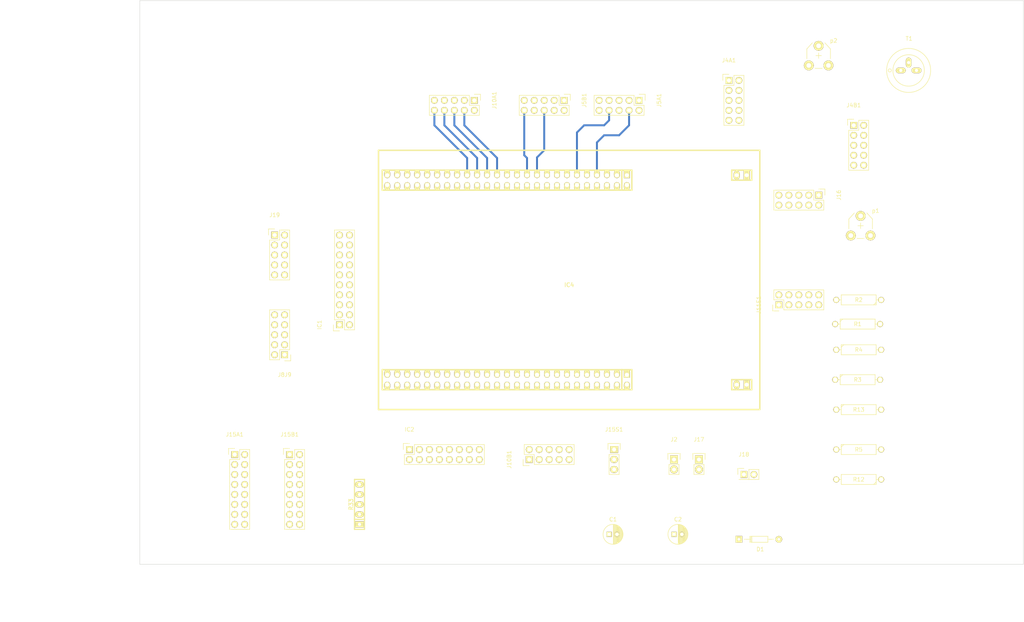
<source format=kicad_pcb>
(kicad_pcb (version 4) (host pcbnew 4.0.2-stable)

  (general
    (links 205)
    (no_connects 197)
    (area -17.78 30.48 243.84 191.77)
    (thickness 1.6)
    (drawings 12)
    (tracks 28)
    (zones 0)
    (modules 33)
    (nets 111)
  )

  (page A4)
  (layers
    (0 F.Cu signal)
    (31 B.Cu signal)
    (32 B.Adhes user)
    (33 F.Adhes user)
    (34 B.Paste user)
    (35 F.Paste user)
    (36 B.SilkS user)
    (37 F.SilkS user)
    (38 B.Mask user)
    (39 F.Mask user)
    (40 Dwgs.User user)
    (41 Cmts.User user)
    (42 Eco1.User user)
    (43 Eco2.User user)
    (44 Edge.Cuts user)
    (45 Margin user)
    (46 B.CrtYd user)
    (47 F.CrtYd user)
    (48 B.Fab user)
    (49 F.Fab user)
  )

  (setup
    (last_trace_width 0.5)
    (trace_clearance 0.2)
    (zone_clearance 0.508)
    (zone_45_only no)
    (trace_min 0.2)
    (segment_width 0.2)
    (edge_width 0.1)
    (via_size 1.5)
    (via_drill 1)
    (via_min_size 0.4)
    (via_min_drill 0.3)
    (uvia_size 0.3)
    (uvia_drill 0.1)
    (uvias_allowed no)
    (uvia_min_size 0.2)
    (uvia_min_drill 0.1)
    (pcb_text_width 0.3)
    (pcb_text_size 1.5 1.5)
    (mod_edge_width 0.15)
    (mod_text_size 1 1)
    (mod_text_width 0.15)
    (pad_size 1.5 1.5)
    (pad_drill 0.6)
    (pad_to_mask_clearance 0)
    (aux_axis_origin 0 0)
    (visible_elements 7FFFFFFF)
    (pcbplotparams
      (layerselection 0x00030_80000001)
      (usegerberextensions false)
      (excludeedgelayer true)
      (linewidth 0.100000)
      (plotframeref false)
      (viasonmask false)
      (mode 1)
      (useauxorigin false)
      (hpglpennumber 1)
      (hpglpenspeed 20)
      (hpglpendiameter 15)
      (hpglpenoverlay 2)
      (psnegative false)
      (psa4output false)
      (plotreference true)
      (plotvalue true)
      (plotinvisibletext false)
      (padsonsilk false)
      (subtractmaskfromsilk false)
      (outputformat 1)
      (mirror false)
      (drillshape 1)
      (scaleselection 1)
      (outputdirectory ""))
  )

  (net 0 "")
  (net 1 "Net-(C1-Pad1)")
  (net 2 GND)
  (net 3 +5V)
  (net 4 /PD0)
  (net 5 /PD1)
  (net 6 /PB8)
  (net 7 /PA15)
  (net 8 /PB3)
  (net 9 /PB5)
  (net 10 /PD10)
  (net 11 /PB12)
  (net 12 /PB13)
  (net 13 /PB15)
  (net 14 "Net-(IC1-Pad11)")
  (net 15 "Net-(IC1-Pad12)")
  (net 16 "Net-(IC1-Pad13)")
  (net 17 "Net-(IC1-Pad14)")
  (net 18 "Net-(IC1-Pad15)")
  (net 19 "Net-(IC1-Pad16)")
  (net 20 "Net-(IC1-Pad17)")
  (net 21 "Net-(IC1-Pad18)")
  (net 22 "Net-(IC2-Pad1)")
  (net 23 "Net-(IC2-Pad2)")
  (net 24 "Net-(IC2-Pad3)")
  (net 25 "Net-(IC2-Pad4)")
  (net 26 "Net-(IC2-Pad5)")
  (net 27 "Net-(IC2-Pad6)")
  (net 28 /PD7)
  (net 29 "Net-(IC2-Pad9)")
  (net 30 /PD6)
  (net 31 /PD3)
  (net 32 /PC11)
  (net 33 /PA8)
  (net 34 "Net-(IC2-Pad15)")
  (net 35 /PB10)
  (net 36 /PB11)
  (net 37 /PB6)
  (net 38 /PB9)
  (net 39 +3V3)
  (net 40 "Net-(J5A1-Pad3)")
  (net 41 /PC1)
  (net 42 /PC2)
  (net 43 /PA1)
  (net 44 /PA4)
  (net 45 "Net-(J5B1-Pad3)")
  (net 46 /PC4)
  (net 47 /PC5)
  (net 48 /PB0)
  (net 49 /PB1)
  (net 50 /PB14)
  (net 51 /PE8)
  (net 52 /PE9)
  (net 53 /PE10)
  (net 54 /PE11)
  (net 55 /PE12)
  (net 56 /PE13)
  (net 57 /PE14)
  (net 58 /PE15)
  (net 59 /PC13)
  (net 60 /PC14)
  (net 61 /PC15)
  (net 62 /PE2)
  (net 63 /PE4)
  (net 64 /PE5)
  (net 65 /PE6)
  (net 66 /PE7)
  (net 67 /PD9)
  (net 68 /PA3)
  (net 69 /PD2)
  (net 70 /PB7)
  (net 71 /PD8)
  (net 72 /PA2)
  (net 73 /PC12)
  (net 74 /PC6)
  (net 75 "Net-(J15A1-Pad2)")
  (net 76 /PC8)
  (net 77 "Net-(J15A1-Pad13)")
  (net 78 /PC9)
  (net 79 /PA6)
  (net 80 /PA7)
  (net 81 /PA5)
  (net 82 /PD11)
  (net 83 /PB2)
  (net 84 /PA9)
  (net 85 /PB4)
  (net 86 "Net-(R13-Pad1)")
  (net 87 "Net-(R13-Pad2)")
  (net 88 "Net-(IC4-Pad59)")
  (net 89 "Net-(IC4-Pad61)")
  (net 90 "Net-(IC4-Pad63)")
  (net 91 "Net-(IC4-Pad71)")
  (net 92 "Net-(IC4-Pad79)")
  (net 93 "Net-(IC4-Pad83)")
  (net 94 "Net-(IC4-Pad93)")
  (net 95 "Net-(IC4-Pad96)")
  (net 96 "Net-(IC4-Pad94)")
  (net 97 "Net-(IC4-Pad86)")
  (net 98 "Net-(IC4-Pad84)")
  (net 99 "Net-(IC4-Pad70)")
  (net 100 "Net-(IC4-Pad60)")
  (net 101 "Net-(IC4-Pad54)")
  (net 102 "Net-(IC4-Pad48)")
  (net 103 "Net-(IC4-Pad46)")
  (net 104 "Net-(IC4-Pad44)")
  (net 105 "Net-(IC4-Pad12)")
  (net 106 "Net-(IC4-Pad8)")
  (net 107 "Net-(IC4-Pad6)")
  (net 108 "Net-(IC4-Pad9)")
  (net 109 "Net-(IC4-Pad45)")
  (net 110 "Net-(IC4-Pad47)")

  (net_class Default "Ceci est la Netclass par défaut"
    (clearance 0.2)
    (trace_width 0.5)
    (via_dia 1.5)
    (via_drill 1)
    (uvia_dia 0.3)
    (uvia_drill 0.1)
    (add_net +3V3)
    (add_net +5V)
    (add_net /PA1)
    (add_net /PA15)
    (add_net /PA2)
    (add_net /PA3)
    (add_net /PA4)
    (add_net /PA5)
    (add_net /PA6)
    (add_net /PA7)
    (add_net /PA8)
    (add_net /PA9)
    (add_net /PB0)
    (add_net /PB1)
    (add_net /PB10)
    (add_net /PB11)
    (add_net /PB12)
    (add_net /PB13)
    (add_net /PB14)
    (add_net /PB15)
    (add_net /PB2)
    (add_net /PB3)
    (add_net /PB4)
    (add_net /PB5)
    (add_net /PB6)
    (add_net /PB7)
    (add_net /PB8)
    (add_net /PB9)
    (add_net /PC1)
    (add_net /PC11)
    (add_net /PC12)
    (add_net /PC13)
    (add_net /PC14)
    (add_net /PC15)
    (add_net /PC2)
    (add_net /PC4)
    (add_net /PC5)
    (add_net /PC6)
    (add_net /PC8)
    (add_net /PC9)
    (add_net /PD0)
    (add_net /PD1)
    (add_net /PD10)
    (add_net /PD11)
    (add_net /PD2)
    (add_net /PD3)
    (add_net /PD6)
    (add_net /PD7)
    (add_net /PD8)
    (add_net /PD9)
    (add_net /PE10)
    (add_net /PE11)
    (add_net /PE12)
    (add_net /PE13)
    (add_net /PE14)
    (add_net /PE15)
    (add_net /PE2)
    (add_net /PE4)
    (add_net /PE5)
    (add_net /PE6)
    (add_net /PE7)
    (add_net /PE8)
    (add_net /PE9)
    (add_net GND)
    (add_net "Net-(C1-Pad1)")
    (add_net "Net-(IC1-Pad11)")
    (add_net "Net-(IC1-Pad12)")
    (add_net "Net-(IC1-Pad13)")
    (add_net "Net-(IC1-Pad14)")
    (add_net "Net-(IC1-Pad15)")
    (add_net "Net-(IC1-Pad16)")
    (add_net "Net-(IC1-Pad17)")
    (add_net "Net-(IC1-Pad18)")
    (add_net "Net-(IC2-Pad1)")
    (add_net "Net-(IC2-Pad15)")
    (add_net "Net-(IC2-Pad2)")
    (add_net "Net-(IC2-Pad3)")
    (add_net "Net-(IC2-Pad4)")
    (add_net "Net-(IC2-Pad5)")
    (add_net "Net-(IC2-Pad6)")
    (add_net "Net-(IC2-Pad9)")
    (add_net "Net-(IC4-Pad12)")
    (add_net "Net-(IC4-Pad44)")
    (add_net "Net-(IC4-Pad45)")
    (add_net "Net-(IC4-Pad46)")
    (add_net "Net-(IC4-Pad47)")
    (add_net "Net-(IC4-Pad48)")
    (add_net "Net-(IC4-Pad54)")
    (add_net "Net-(IC4-Pad59)")
    (add_net "Net-(IC4-Pad6)")
    (add_net "Net-(IC4-Pad60)")
    (add_net "Net-(IC4-Pad61)")
    (add_net "Net-(IC4-Pad63)")
    (add_net "Net-(IC4-Pad70)")
    (add_net "Net-(IC4-Pad71)")
    (add_net "Net-(IC4-Pad79)")
    (add_net "Net-(IC4-Pad8)")
    (add_net "Net-(IC4-Pad83)")
    (add_net "Net-(IC4-Pad84)")
    (add_net "Net-(IC4-Pad86)")
    (add_net "Net-(IC4-Pad9)")
    (add_net "Net-(IC4-Pad93)")
    (add_net "Net-(IC4-Pad94)")
    (add_net "Net-(IC4-Pad96)")
    (add_net "Net-(J15A1-Pad13)")
    (add_net "Net-(J15A1-Pad2)")
    (add_net "Net-(J5A1-Pad3)")
    (add_net "Net-(J5B1-Pad3)")
    (add_net "Net-(R13-Pad1)")
    (add_net "Net-(R13-Pad2)")
  )

  (module Capacitors_ThroughHole:C_Radial_D5_L11_P2 (layer F.Cu) (tedit 0) (tstamp 5775962E)
    (at 137.16 167.64)
    (descr "Radial Electrolytic Capacitor 5mm x Length 11mm, Pitch 2mm")
    (tags "Electrolytic Capacitor")
    (path /57742986)
    (fp_text reference C1 (at 1 -3.8) (layer F.SilkS)
      (effects (font (size 1 1) (thickness 0.15)))
    )
    (fp_text value C (at 1 3.8) (layer F.Fab)
      (effects (font (size 1 1) (thickness 0.15)))
    )
    (fp_line (start 1.075 -2.499) (end 1.075 2.499) (layer F.SilkS) (width 0.15))
    (fp_line (start 1.215 -2.491) (end 1.215 -0.154) (layer F.SilkS) (width 0.15))
    (fp_line (start 1.215 0.154) (end 1.215 2.491) (layer F.SilkS) (width 0.15))
    (fp_line (start 1.355 -2.475) (end 1.355 -0.473) (layer F.SilkS) (width 0.15))
    (fp_line (start 1.355 0.473) (end 1.355 2.475) (layer F.SilkS) (width 0.15))
    (fp_line (start 1.495 -2.451) (end 1.495 -0.62) (layer F.SilkS) (width 0.15))
    (fp_line (start 1.495 0.62) (end 1.495 2.451) (layer F.SilkS) (width 0.15))
    (fp_line (start 1.635 -2.418) (end 1.635 -0.712) (layer F.SilkS) (width 0.15))
    (fp_line (start 1.635 0.712) (end 1.635 2.418) (layer F.SilkS) (width 0.15))
    (fp_line (start 1.775 -2.377) (end 1.775 -0.768) (layer F.SilkS) (width 0.15))
    (fp_line (start 1.775 0.768) (end 1.775 2.377) (layer F.SilkS) (width 0.15))
    (fp_line (start 1.915 -2.327) (end 1.915 -0.795) (layer F.SilkS) (width 0.15))
    (fp_line (start 1.915 0.795) (end 1.915 2.327) (layer F.SilkS) (width 0.15))
    (fp_line (start 2.055 -2.266) (end 2.055 -0.798) (layer F.SilkS) (width 0.15))
    (fp_line (start 2.055 0.798) (end 2.055 2.266) (layer F.SilkS) (width 0.15))
    (fp_line (start 2.195 -2.196) (end 2.195 -0.776) (layer F.SilkS) (width 0.15))
    (fp_line (start 2.195 0.776) (end 2.195 2.196) (layer F.SilkS) (width 0.15))
    (fp_line (start 2.335 -2.114) (end 2.335 -0.726) (layer F.SilkS) (width 0.15))
    (fp_line (start 2.335 0.726) (end 2.335 2.114) (layer F.SilkS) (width 0.15))
    (fp_line (start 2.475 -2.019) (end 2.475 -0.644) (layer F.SilkS) (width 0.15))
    (fp_line (start 2.475 0.644) (end 2.475 2.019) (layer F.SilkS) (width 0.15))
    (fp_line (start 2.615 -1.908) (end 2.615 -0.512) (layer F.SilkS) (width 0.15))
    (fp_line (start 2.615 0.512) (end 2.615 1.908) (layer F.SilkS) (width 0.15))
    (fp_line (start 2.755 -1.78) (end 2.755 -0.265) (layer F.SilkS) (width 0.15))
    (fp_line (start 2.755 0.265) (end 2.755 1.78) (layer F.SilkS) (width 0.15))
    (fp_line (start 2.895 -1.631) (end 2.895 1.631) (layer F.SilkS) (width 0.15))
    (fp_line (start 3.035 -1.452) (end 3.035 1.452) (layer F.SilkS) (width 0.15))
    (fp_line (start 3.175 -1.233) (end 3.175 1.233) (layer F.SilkS) (width 0.15))
    (fp_line (start 3.315 -0.944) (end 3.315 0.944) (layer F.SilkS) (width 0.15))
    (fp_line (start 3.455 -0.472) (end 3.455 0.472) (layer F.SilkS) (width 0.15))
    (fp_circle (center 2 0) (end 2 -0.8) (layer F.SilkS) (width 0.15))
    (fp_circle (center 1 0) (end 1 -2.5375) (layer F.SilkS) (width 0.15))
    (fp_circle (center 1 0) (end 1 -2.8) (layer F.CrtYd) (width 0.05))
    (pad 1 thru_hole rect (at 0 0) (size 1.3 1.3) (drill 0.8) (layers *.Cu *.Mask F.SilkS)
      (net 1 "Net-(C1-Pad1)"))
    (pad 2 thru_hole circle (at 2 0) (size 1.3 1.3) (drill 0.8) (layers *.Cu *.Mask F.SilkS)
      (net 2 GND))
    (model Capacitors_ThroughHole.3dshapes/C_Radial_D5_L11_P2.wrl
      (at (xyz 0 0 0))
      (scale (xyz 1 1 1))
      (rotate (xyz 0 0 0))
    )
  )

  (module Capacitors_ThroughHole:C_Radial_D5_L11_P2 (layer F.Cu) (tedit 0) (tstamp 57759634)
    (at 153.67 167.64)
    (descr "Radial Electrolytic Capacitor 5mm x Length 11mm, Pitch 2mm")
    (tags "Electrolytic Capacitor")
    (path /577554A2)
    (fp_text reference C2 (at 1 -3.8) (layer F.SilkS)
      (effects (font (size 1 1) (thickness 0.15)))
    )
    (fp_text value C (at 1 3.8) (layer F.Fab)
      (effects (font (size 1 1) (thickness 0.15)))
    )
    (fp_line (start 1.075 -2.499) (end 1.075 2.499) (layer F.SilkS) (width 0.15))
    (fp_line (start 1.215 -2.491) (end 1.215 -0.154) (layer F.SilkS) (width 0.15))
    (fp_line (start 1.215 0.154) (end 1.215 2.491) (layer F.SilkS) (width 0.15))
    (fp_line (start 1.355 -2.475) (end 1.355 -0.473) (layer F.SilkS) (width 0.15))
    (fp_line (start 1.355 0.473) (end 1.355 2.475) (layer F.SilkS) (width 0.15))
    (fp_line (start 1.495 -2.451) (end 1.495 -0.62) (layer F.SilkS) (width 0.15))
    (fp_line (start 1.495 0.62) (end 1.495 2.451) (layer F.SilkS) (width 0.15))
    (fp_line (start 1.635 -2.418) (end 1.635 -0.712) (layer F.SilkS) (width 0.15))
    (fp_line (start 1.635 0.712) (end 1.635 2.418) (layer F.SilkS) (width 0.15))
    (fp_line (start 1.775 -2.377) (end 1.775 -0.768) (layer F.SilkS) (width 0.15))
    (fp_line (start 1.775 0.768) (end 1.775 2.377) (layer F.SilkS) (width 0.15))
    (fp_line (start 1.915 -2.327) (end 1.915 -0.795) (layer F.SilkS) (width 0.15))
    (fp_line (start 1.915 0.795) (end 1.915 2.327) (layer F.SilkS) (width 0.15))
    (fp_line (start 2.055 -2.266) (end 2.055 -0.798) (layer F.SilkS) (width 0.15))
    (fp_line (start 2.055 0.798) (end 2.055 2.266) (layer F.SilkS) (width 0.15))
    (fp_line (start 2.195 -2.196) (end 2.195 -0.776) (layer F.SilkS) (width 0.15))
    (fp_line (start 2.195 0.776) (end 2.195 2.196) (layer F.SilkS) (width 0.15))
    (fp_line (start 2.335 -2.114) (end 2.335 -0.726) (layer F.SilkS) (width 0.15))
    (fp_line (start 2.335 0.726) (end 2.335 2.114) (layer F.SilkS) (width 0.15))
    (fp_line (start 2.475 -2.019) (end 2.475 -0.644) (layer F.SilkS) (width 0.15))
    (fp_line (start 2.475 0.644) (end 2.475 2.019) (layer F.SilkS) (width 0.15))
    (fp_line (start 2.615 -1.908) (end 2.615 -0.512) (layer F.SilkS) (width 0.15))
    (fp_line (start 2.615 0.512) (end 2.615 1.908) (layer F.SilkS) (width 0.15))
    (fp_line (start 2.755 -1.78) (end 2.755 -0.265) (layer F.SilkS) (width 0.15))
    (fp_line (start 2.755 0.265) (end 2.755 1.78) (layer F.SilkS) (width 0.15))
    (fp_line (start 2.895 -1.631) (end 2.895 1.631) (layer F.SilkS) (width 0.15))
    (fp_line (start 3.035 -1.452) (end 3.035 1.452) (layer F.SilkS) (width 0.15))
    (fp_line (start 3.175 -1.233) (end 3.175 1.233) (layer F.SilkS) (width 0.15))
    (fp_line (start 3.315 -0.944) (end 3.315 0.944) (layer F.SilkS) (width 0.15))
    (fp_line (start 3.455 -0.472) (end 3.455 0.472) (layer F.SilkS) (width 0.15))
    (fp_circle (center 2 0) (end 2 -0.8) (layer F.SilkS) (width 0.15))
    (fp_circle (center 1 0) (end 1 -2.5375) (layer F.SilkS) (width 0.15))
    (fp_circle (center 1 0) (end 1 -2.8) (layer F.CrtYd) (width 0.05))
    (pad 1 thru_hole rect (at 0 0) (size 1.3 1.3) (drill 0.8) (layers *.Cu *.Mask F.SilkS)
      (net 2 GND))
    (pad 2 thru_hole circle (at 2 0) (size 1.3 1.3) (drill 0.8) (layers *.Cu *.Mask F.SilkS)
      (net 3 +5V))
    (model Capacitors_ThroughHole.3dshapes/C_Radial_D5_L11_P2.wrl
      (at (xyz 0 0 0))
      (scale (xyz 1 1 1))
      (rotate (xyz 0 0 0))
    )
  )

  (module Diodes_ThroughHole:Diode_DO-35_SOD27_Horizontal_RM10 (layer F.Cu) (tedit 552FFC30) (tstamp 5775963A)
    (at 170.18 168.91)
    (descr "Diode, DO-35,  SOD27, Horizontal, RM 10mm")
    (tags "Diode, DO-35, SOD27, Horizontal, RM 10mm, 1N4148,")
    (path /5774F5F8)
    (fp_text reference D1 (at 5.43052 2.53746) (layer F.SilkS)
      (effects (font (size 1 1) (thickness 0.15)))
    )
    (fp_text value D (at 4.41452 -3.55854) (layer F.Fab)
      (effects (font (size 1 1) (thickness 0.15)))
    )
    (fp_line (start 7.36652 -0.00254) (end 8.76352 -0.00254) (layer F.SilkS) (width 0.15))
    (fp_line (start 2.92152 -0.00254) (end 1.39752 -0.00254) (layer F.SilkS) (width 0.15))
    (fp_line (start 3.30252 -0.76454) (end 3.30252 0.75946) (layer F.SilkS) (width 0.15))
    (fp_line (start 3.04852 -0.76454) (end 3.04852 0.75946) (layer F.SilkS) (width 0.15))
    (fp_line (start 2.79452 -0.00254) (end 2.79452 0.75946) (layer F.SilkS) (width 0.15))
    (fp_line (start 2.79452 0.75946) (end 7.36652 0.75946) (layer F.SilkS) (width 0.15))
    (fp_line (start 7.36652 0.75946) (end 7.36652 -0.76454) (layer F.SilkS) (width 0.15))
    (fp_line (start 7.36652 -0.76454) (end 2.79452 -0.76454) (layer F.SilkS) (width 0.15))
    (fp_line (start 2.79452 -0.76454) (end 2.79452 -0.00254) (layer F.SilkS) (width 0.15))
    (pad 2 thru_hole circle (at 10.16052 -0.00254 180) (size 1.69926 1.69926) (drill 0.70104) (layers *.Cu *.Mask F.SilkS)
      (net 4 /PD0))
    (pad 1 thru_hole rect (at 0.00052 -0.00254 180) (size 1.69926 1.69926) (drill 0.70104) (layers *.Cu *.Mask F.SilkS)
      (net 5 /PD1))
    (model Diodes_ThroughHole.3dshapes/Diode_DO-35_SOD27_Horizontal_RM10.wrl
      (at (xyz 0.2 0 0))
      (scale (xyz 0.4 0.4 0.4))
      (rotate (xyz 0 0 180))
    )
  )

  (module Socket_Strips:Socket_Strip_Straight_2x10 (layer F.Cu) (tedit 0) (tstamp 57759652)
    (at 68.58 114.3 90)
    (descr "Through hole socket strip")
    (tags "socket strip")
    (path /5773F62A)
    (fp_text reference IC1 (at 0 -5.1 90) (layer F.SilkS)
      (effects (font (size 1 1) (thickness 0.15)))
    )
    (fp_text value 74HCT541_PWR (at 0 -3.1 90) (layer F.Fab)
      (effects (font (size 1 1) (thickness 0.15)))
    )
    (fp_line (start -1.75 -1.75) (end -1.75 4.3) (layer F.CrtYd) (width 0.05))
    (fp_line (start 24.65 -1.75) (end 24.65 4.3) (layer F.CrtYd) (width 0.05))
    (fp_line (start -1.75 -1.75) (end 24.65 -1.75) (layer F.CrtYd) (width 0.05))
    (fp_line (start -1.75 4.3) (end 24.65 4.3) (layer F.CrtYd) (width 0.05))
    (fp_line (start 24.13 3.81) (end -1.27 3.81) (layer F.SilkS) (width 0.15))
    (fp_line (start 1.27 -1.27) (end 24.13 -1.27) (layer F.SilkS) (width 0.15))
    (fp_line (start 24.13 3.81) (end 24.13 -1.27) (layer F.SilkS) (width 0.15))
    (fp_line (start -1.27 3.81) (end -1.27 1.27) (layer F.SilkS) (width 0.15))
    (fp_line (start 0 -1.55) (end -1.55 -1.55) (layer F.SilkS) (width 0.15))
    (fp_line (start -1.27 1.27) (end 1.27 1.27) (layer F.SilkS) (width 0.15))
    (fp_line (start 1.27 1.27) (end 1.27 -1.27) (layer F.SilkS) (width 0.15))
    (fp_line (start -1.55 -1.55) (end -1.55 0) (layer F.SilkS) (width 0.15))
    (pad 1 thru_hole rect (at 0 0 90) (size 1.7272 1.7272) (drill 1.016) (layers *.Cu *.Mask F.SilkS)
      (net 2 GND))
    (pad 2 thru_hole oval (at 0 2.54 90) (size 1.7272 1.7272) (drill 1.016) (layers *.Cu *.Mask F.SilkS)
      (net 6 /PB8))
    (pad 3 thru_hole oval (at 2.54 0 90) (size 1.7272 1.7272) (drill 1.016) (layers *.Cu *.Mask F.SilkS)
      (net 7 /PA15))
    (pad 4 thru_hole oval (at 2.54 2.54 90) (size 1.7272 1.7272) (drill 1.016) (layers *.Cu *.Mask F.SilkS)
      (net 8 /PB3))
    (pad 5 thru_hole oval (at 5.08 0 90) (size 1.7272 1.7272) (drill 1.016) (layers *.Cu *.Mask F.SilkS)
      (net 9 /PB5))
    (pad 6 thru_hole oval (at 5.08 2.54 90) (size 1.7272 1.7272) (drill 1.016) (layers *.Cu *.Mask F.SilkS)
      (net 10 /PD10))
    (pad 7 thru_hole oval (at 7.62 0 90) (size 1.7272 1.7272) (drill 1.016) (layers *.Cu *.Mask F.SilkS)
      (net 11 /PB12))
    (pad 8 thru_hole oval (at 7.62 2.54 90) (size 1.7272 1.7272) (drill 1.016) (layers *.Cu *.Mask F.SilkS)
      (net 12 /PB13))
    (pad 9 thru_hole oval (at 10.16 0 90) (size 1.7272 1.7272) (drill 1.016) (layers *.Cu *.Mask F.SilkS)
      (net 13 /PB15))
    (pad 10 thru_hole oval (at 10.16 2.54 90) (size 1.7272 1.7272) (drill 1.016) (layers *.Cu *.Mask F.SilkS)
      (net 2 GND))
    (pad 11 thru_hole oval (at 12.7 0 90) (size 1.7272 1.7272) (drill 1.016) (layers *.Cu *.Mask F.SilkS)
      (net 14 "Net-(IC1-Pad11)"))
    (pad 12 thru_hole oval (at 12.7 2.54 90) (size 1.7272 1.7272) (drill 1.016) (layers *.Cu *.Mask F.SilkS)
      (net 15 "Net-(IC1-Pad12)"))
    (pad 13 thru_hole oval (at 15.24 0 90) (size 1.7272 1.7272) (drill 1.016) (layers *.Cu *.Mask F.SilkS)
      (net 16 "Net-(IC1-Pad13)"))
    (pad 14 thru_hole oval (at 15.24 2.54 90) (size 1.7272 1.7272) (drill 1.016) (layers *.Cu *.Mask F.SilkS)
      (net 17 "Net-(IC1-Pad14)"))
    (pad 15 thru_hole oval (at 17.78 0 90) (size 1.7272 1.7272) (drill 1.016) (layers *.Cu *.Mask F.SilkS)
      (net 18 "Net-(IC1-Pad15)"))
    (pad 16 thru_hole oval (at 17.78 2.54 90) (size 1.7272 1.7272) (drill 1.016) (layers *.Cu *.Mask F.SilkS)
      (net 19 "Net-(IC1-Pad16)"))
    (pad 17 thru_hole oval (at 20.32 0 90) (size 1.7272 1.7272) (drill 1.016) (layers *.Cu *.Mask F.SilkS)
      (net 20 "Net-(IC1-Pad17)"))
    (pad 18 thru_hole oval (at 20.32 2.54 90) (size 1.7272 1.7272) (drill 1.016) (layers *.Cu *.Mask F.SilkS)
      (net 21 "Net-(IC1-Pad18)"))
    (pad 19 thru_hole oval (at 22.86 0 90) (size 1.7272 1.7272) (drill 1.016) (layers *.Cu *.Mask F.SilkS)
      (net 2 GND))
    (pad 20 thru_hole oval (at 22.86 2.54 90) (size 1.7272 1.7272) (drill 1.016) (layers *.Cu *.Mask F.SilkS)
      (net 3 +5V))
    (model Socket_Strips.3dshapes/Socket_Strip_Straight_2x10.wrl
      (at (xyz 0.45 -0.05 0))
      (scale (xyz 1 1 1))
      (rotate (xyz 0 0 180))
    )
  )

  (module Socket_Strips:Socket_Strip_Straight_2x08 (layer F.Cu) (tedit 0) (tstamp 57759666)
    (at 86.36 146.05)
    (descr "Through hole socket strip")
    (tags "socket strip")
    (path /57741F17)
    (fp_text reference IC2 (at 0 -5.1) (layer F.SilkS)
      (effects (font (size 1 1) (thickness 0.15)))
    )
    (fp_text value 74HC595 (at 0 -3.1) (layer F.Fab)
      (effects (font (size 1 1) (thickness 0.15)))
    )
    (fp_line (start -1.75 -1.75) (end -1.75 4.3) (layer F.CrtYd) (width 0.05))
    (fp_line (start 19.55 -1.75) (end 19.55 4.3) (layer F.CrtYd) (width 0.05))
    (fp_line (start -1.75 -1.75) (end 19.55 -1.75) (layer F.CrtYd) (width 0.05))
    (fp_line (start -1.75 4.3) (end 19.55 4.3) (layer F.CrtYd) (width 0.05))
    (fp_line (start 19.05 3.81) (end -1.27 3.81) (layer F.SilkS) (width 0.15))
    (fp_line (start 1.27 -1.27) (end 19.05 -1.27) (layer F.SilkS) (width 0.15))
    (fp_line (start 19.05 3.81) (end 19.05 -1.27) (layer F.SilkS) (width 0.15))
    (fp_line (start -1.27 3.81) (end -1.27 1.27) (layer F.SilkS) (width 0.15))
    (fp_line (start 0 -1.55) (end -1.55 -1.55) (layer F.SilkS) (width 0.15))
    (fp_line (start -1.27 1.27) (end 1.27 1.27) (layer F.SilkS) (width 0.15))
    (fp_line (start 1.27 1.27) (end 1.27 -1.27) (layer F.SilkS) (width 0.15))
    (fp_line (start -1.55 -1.55) (end -1.55 0) (layer F.SilkS) (width 0.15))
    (pad 1 thru_hole rect (at 0 0) (size 1.7272 1.7272) (drill 1.016) (layers *.Cu *.Mask F.SilkS)
      (net 22 "Net-(IC2-Pad1)"))
    (pad 2 thru_hole oval (at 0 2.54) (size 1.7272 1.7272) (drill 1.016) (layers *.Cu *.Mask F.SilkS)
      (net 23 "Net-(IC2-Pad2)"))
    (pad 3 thru_hole oval (at 2.54 0) (size 1.7272 1.7272) (drill 1.016) (layers *.Cu *.Mask F.SilkS)
      (net 24 "Net-(IC2-Pad3)"))
    (pad 4 thru_hole oval (at 2.54 2.54) (size 1.7272 1.7272) (drill 1.016) (layers *.Cu *.Mask F.SilkS)
      (net 25 "Net-(IC2-Pad4)"))
    (pad 5 thru_hole oval (at 5.08 0) (size 1.7272 1.7272) (drill 1.016) (layers *.Cu *.Mask F.SilkS)
      (net 26 "Net-(IC2-Pad5)"))
    (pad 6 thru_hole oval (at 5.08 2.54) (size 1.7272 1.7272) (drill 1.016) (layers *.Cu *.Mask F.SilkS)
      (net 27 "Net-(IC2-Pad6)"))
    (pad 7 thru_hole oval (at 7.62 0) (size 1.7272 1.7272) (drill 1.016) (layers *.Cu *.Mask F.SilkS)
      (net 28 /PD7))
    (pad 8 thru_hole oval (at 7.62 2.54) (size 1.7272 1.7272) (drill 1.016) (layers *.Cu *.Mask F.SilkS)
      (net 2 GND))
    (pad 9 thru_hole oval (at 10.16 0) (size 1.7272 1.7272) (drill 1.016) (layers *.Cu *.Mask F.SilkS)
      (net 29 "Net-(IC2-Pad9)"))
    (pad 10 thru_hole oval (at 10.16 2.54) (size 1.7272 1.7272) (drill 1.016) (layers *.Cu *.Mask F.SilkS)
      (net 1 "Net-(C1-Pad1)"))
    (pad 11 thru_hole oval (at 12.7 0) (size 1.7272 1.7272) (drill 1.016) (layers *.Cu *.Mask F.SilkS)
      (net 30 /PD6))
    (pad 12 thru_hole oval (at 12.7 2.54) (size 1.7272 1.7272) (drill 1.016) (layers *.Cu *.Mask F.SilkS)
      (net 31 /PD3))
    (pad 13 thru_hole oval (at 15.24 0) (size 1.7272 1.7272) (drill 1.016) (layers *.Cu *.Mask F.SilkS)
      (net 32 /PC11))
    (pad 14 thru_hole oval (at 15.24 2.54) (size 1.7272 1.7272) (drill 1.016) (layers *.Cu *.Mask F.SilkS)
      (net 33 /PA8))
    (pad 15 thru_hole oval (at 17.78 0) (size 1.7272 1.7272) (drill 1.016) (layers *.Cu *.Mask F.SilkS)
      (net 34 "Net-(IC2-Pad15)"))
    (pad 16 thru_hole oval (at 17.78 2.54) (size 1.7272 1.7272) (drill 1.016) (layers *.Cu *.Mask F.SilkS)
      (net 1 "Net-(C1-Pad1)"))
    (model Socket_Strips.3dshapes/Socket_Strip_Straight_2x08.wrl
      (at (xyz 0.35 -0.05 0))
      (scale (xyz 1 1 1))
      (rotate (xyz 0 0 180))
    )
  )

  (module Pin_Headers:Pin_Header_Straight_1x02 (layer F.Cu) (tedit 54EA090C) (tstamp 5775966C)
    (at 153.67 148.59)
    (descr "Through hole pin header")
    (tags "pin header")
    (path /5773F782)
    (fp_text reference J2 (at 0 -5.1) (layer F.SilkS)
      (effects (font (size 1 1) (thickness 0.15)))
    )
    (fp_text value CONN_2 (at 0 -3.1) (layer F.Fab)
      (effects (font (size 1 1) (thickness 0.15)))
    )
    (fp_line (start 1.27 1.27) (end 1.27 3.81) (layer F.SilkS) (width 0.15))
    (fp_line (start 1.55 -1.55) (end 1.55 0) (layer F.SilkS) (width 0.15))
    (fp_line (start -1.75 -1.75) (end -1.75 4.3) (layer F.CrtYd) (width 0.05))
    (fp_line (start 1.75 -1.75) (end 1.75 4.3) (layer F.CrtYd) (width 0.05))
    (fp_line (start -1.75 -1.75) (end 1.75 -1.75) (layer F.CrtYd) (width 0.05))
    (fp_line (start -1.75 4.3) (end 1.75 4.3) (layer F.CrtYd) (width 0.05))
    (fp_line (start 1.27 1.27) (end -1.27 1.27) (layer F.SilkS) (width 0.15))
    (fp_line (start -1.55 0) (end -1.55 -1.55) (layer F.SilkS) (width 0.15))
    (fp_line (start -1.55 -1.55) (end 1.55 -1.55) (layer F.SilkS) (width 0.15))
    (fp_line (start -1.27 1.27) (end -1.27 3.81) (layer F.SilkS) (width 0.15))
    (fp_line (start -1.27 3.81) (end 1.27 3.81) (layer F.SilkS) (width 0.15))
    (pad 1 thru_hole rect (at 0 0) (size 2.032 2.032) (drill 1.016) (layers *.Cu *.Mask F.SilkS)
      (net 3 +5V))
    (pad 2 thru_hole oval (at 0 2.54) (size 2.032 2.032) (drill 1.016) (layers *.Cu *.Mask F.SilkS)
      (net 2 GND))
    (model Pin_Headers.3dshapes/Pin_Header_Straight_1x02.wrl
      (at (xyz 0 -0.05 0))
      (scale (xyz 1 1 1))
      (rotate (xyz 0 0 90))
    )
  )

  (module Pin_Headers:Pin_Header_Straight_2x05 (layer F.Cu) (tedit 0) (tstamp 5775967A)
    (at 167.64 52.07)
    (descr "Through hole pin header")
    (tags "pin header")
    (path /5774AECB)
    (fp_text reference J4A1 (at 0 -5.1) (layer F.SilkS)
      (effects (font (size 1 1) (thickness 0.15)))
    )
    (fp_text value CONN_02X05 (at 0 -3.1) (layer F.Fab)
      (effects (font (size 1 1) (thickness 0.15)))
    )
    (fp_line (start -1.75 -1.75) (end -1.75 11.95) (layer F.CrtYd) (width 0.05))
    (fp_line (start 4.3 -1.75) (end 4.3 11.95) (layer F.CrtYd) (width 0.05))
    (fp_line (start -1.75 -1.75) (end 4.3 -1.75) (layer F.CrtYd) (width 0.05))
    (fp_line (start -1.75 11.95) (end 4.3 11.95) (layer F.CrtYd) (width 0.05))
    (fp_line (start 3.81 -1.27) (end 3.81 11.43) (layer F.SilkS) (width 0.15))
    (fp_line (start 3.81 11.43) (end -1.27 11.43) (layer F.SilkS) (width 0.15))
    (fp_line (start -1.27 11.43) (end -1.27 1.27) (layer F.SilkS) (width 0.15))
    (fp_line (start 3.81 -1.27) (end 1.27 -1.27) (layer F.SilkS) (width 0.15))
    (fp_line (start 0 -1.55) (end -1.55 -1.55) (layer F.SilkS) (width 0.15))
    (fp_line (start 1.27 -1.27) (end 1.27 1.27) (layer F.SilkS) (width 0.15))
    (fp_line (start 1.27 1.27) (end -1.27 1.27) (layer F.SilkS) (width 0.15))
    (fp_line (start -1.55 -1.55) (end -1.55 0) (layer F.SilkS) (width 0.15))
    (pad 1 thru_hole rect (at 0 0) (size 1.7272 1.7272) (drill 1.016) (layers *.Cu *.Mask F.SilkS)
      (net 2 GND))
    (pad 2 thru_hole oval (at 2.54 0) (size 1.7272 1.7272) (drill 1.016) (layers *.Cu *.Mask F.SilkS)
      (net 2 GND))
    (pad 3 thru_hole oval (at 0 2.54) (size 1.7272 1.7272) (drill 1.016) (layers *.Cu *.Mask F.SilkS)
      (net 2 GND))
    (pad 4 thru_hole oval (at 2.54 2.54) (size 1.7272 1.7272) (drill 1.016) (layers *.Cu *.Mask F.SilkS)
      (net 2 GND))
    (pad 5 thru_hole oval (at 0 5.08) (size 1.7272 1.7272) (drill 1.016) (layers *.Cu *.Mask F.SilkS)
      (net 2 GND))
    (pad 6 thru_hole oval (at 2.54 5.08) (size 1.7272 1.7272) (drill 1.016) (layers *.Cu *.Mask F.SilkS)
      (net 35 /PB10))
    (pad 7 thru_hole oval (at 0 7.62) (size 1.7272 1.7272) (drill 1.016) (layers *.Cu *.Mask F.SilkS)
      (net 2 GND))
    (pad 8 thru_hole oval (at 2.54 7.62) (size 1.7272 1.7272) (drill 1.016) (layers *.Cu *.Mask F.SilkS)
      (net 36 /PB11))
    (pad 9 thru_hole oval (at 0 10.16) (size 1.7272 1.7272) (drill 1.016) (layers *.Cu *.Mask F.SilkS)
      (net 2 GND))
    (pad 10 thru_hole oval (at 2.54 10.16) (size 1.7272 1.7272) (drill 1.016) (layers *.Cu *.Mask F.SilkS)
      (net 3 +5V))
    (model Pin_Headers.3dshapes/Pin_Header_Straight_2x05.wrl
      (at (xyz 0.05 -0.2 0))
      (scale (xyz 1 1 1))
      (rotate (xyz 0 0 90))
    )
  )

  (module Pin_Headers:Pin_Header_Straight_2x05 (layer F.Cu) (tedit 0) (tstamp 57759688)
    (at 199.39 63.5)
    (descr "Through hole pin header")
    (tags "pin header")
    (path /5774D522)
    (fp_text reference J4B1 (at 0 -5.1) (layer F.SilkS)
      (effects (font (size 1 1) (thickness 0.15)))
    )
    (fp_text value CONN_02X05 (at 0 -3.1) (layer F.Fab)
      (effects (font (size 1 1) (thickness 0.15)))
    )
    (fp_line (start -1.75 -1.75) (end -1.75 11.95) (layer F.CrtYd) (width 0.05))
    (fp_line (start 4.3 -1.75) (end 4.3 11.95) (layer F.CrtYd) (width 0.05))
    (fp_line (start -1.75 -1.75) (end 4.3 -1.75) (layer F.CrtYd) (width 0.05))
    (fp_line (start -1.75 11.95) (end 4.3 11.95) (layer F.CrtYd) (width 0.05))
    (fp_line (start 3.81 -1.27) (end 3.81 11.43) (layer F.SilkS) (width 0.15))
    (fp_line (start 3.81 11.43) (end -1.27 11.43) (layer F.SilkS) (width 0.15))
    (fp_line (start -1.27 11.43) (end -1.27 1.27) (layer F.SilkS) (width 0.15))
    (fp_line (start 3.81 -1.27) (end 1.27 -1.27) (layer F.SilkS) (width 0.15))
    (fp_line (start 0 -1.55) (end -1.55 -1.55) (layer F.SilkS) (width 0.15))
    (fp_line (start 1.27 -1.27) (end 1.27 1.27) (layer F.SilkS) (width 0.15))
    (fp_line (start 1.27 1.27) (end -1.27 1.27) (layer F.SilkS) (width 0.15))
    (fp_line (start -1.55 -1.55) (end -1.55 0) (layer F.SilkS) (width 0.15))
    (pad 1 thru_hole rect (at 0 0) (size 1.7272 1.7272) (drill 1.016) (layers *.Cu *.Mask F.SilkS)
      (net 2 GND))
    (pad 2 thru_hole oval (at 2.54 0) (size 1.7272 1.7272) (drill 1.016) (layers *.Cu *.Mask F.SilkS)
      (net 2 GND))
    (pad 3 thru_hole oval (at 0 2.54) (size 1.7272 1.7272) (drill 1.016) (layers *.Cu *.Mask F.SilkS)
      (net 2 GND))
    (pad 4 thru_hole oval (at 2.54 2.54) (size 1.7272 1.7272) (drill 1.016) (layers *.Cu *.Mask F.SilkS)
      (net 2 GND))
    (pad 5 thru_hole oval (at 0 5.08) (size 1.7272 1.7272) (drill 1.016) (layers *.Cu *.Mask F.SilkS)
      (net 2 GND))
    (pad 6 thru_hole oval (at 2.54 5.08) (size 1.7272 1.7272) (drill 1.016) (layers *.Cu *.Mask F.SilkS)
      (net 37 /PB6))
    (pad 7 thru_hole oval (at 0 7.62) (size 1.7272 1.7272) (drill 1.016) (layers *.Cu *.Mask F.SilkS)
      (net 2 GND))
    (pad 8 thru_hole oval (at 2.54 7.62) (size 1.7272 1.7272) (drill 1.016) (layers *.Cu *.Mask F.SilkS)
      (net 38 /PB9))
    (pad 9 thru_hole oval (at 0 10.16) (size 1.7272 1.7272) (drill 1.016) (layers *.Cu *.Mask F.SilkS)
      (net 2 GND))
    (pad 10 thru_hole oval (at 2.54 10.16) (size 1.7272 1.7272) (drill 1.016) (layers *.Cu *.Mask F.SilkS)
      (net 3 +5V))
    (model Pin_Headers.3dshapes/Pin_Header_Straight_2x05.wrl
      (at (xyz 0.05 -0.2 0))
      (scale (xyz 1 1 1))
      (rotate (xyz 0 0 90))
    )
  )

  (module Pin_Headers:Pin_Header_Straight_2x05 (layer F.Cu) (tedit 0) (tstamp 57759696)
    (at 144.78 57.15 270)
    (descr "Through hole pin header")
    (tags "pin header")
    (path /577496FA)
    (fp_text reference J5A1 (at 0 -5.1 270) (layer F.SilkS)
      (effects (font (size 1 1) (thickness 0.15)))
    )
    (fp_text value CONN_02X05 (at 0 -3.1 270) (layer F.Fab)
      (effects (font (size 1 1) (thickness 0.15)))
    )
    (fp_line (start -1.75 -1.75) (end -1.75 11.95) (layer F.CrtYd) (width 0.05))
    (fp_line (start 4.3 -1.75) (end 4.3 11.95) (layer F.CrtYd) (width 0.05))
    (fp_line (start -1.75 -1.75) (end 4.3 -1.75) (layer F.CrtYd) (width 0.05))
    (fp_line (start -1.75 11.95) (end 4.3 11.95) (layer F.CrtYd) (width 0.05))
    (fp_line (start 3.81 -1.27) (end 3.81 11.43) (layer F.SilkS) (width 0.15))
    (fp_line (start 3.81 11.43) (end -1.27 11.43) (layer F.SilkS) (width 0.15))
    (fp_line (start -1.27 11.43) (end -1.27 1.27) (layer F.SilkS) (width 0.15))
    (fp_line (start 3.81 -1.27) (end 1.27 -1.27) (layer F.SilkS) (width 0.15))
    (fp_line (start 0 -1.55) (end -1.55 -1.55) (layer F.SilkS) (width 0.15))
    (fp_line (start 1.27 -1.27) (end 1.27 1.27) (layer F.SilkS) (width 0.15))
    (fp_line (start 1.27 1.27) (end -1.27 1.27) (layer F.SilkS) (width 0.15))
    (fp_line (start -1.55 -1.55) (end -1.55 0) (layer F.SilkS) (width 0.15))
    (pad 1 thru_hole rect (at 0 0 270) (size 1.7272 1.7272) (drill 1.016) (layers *.Cu *.Mask F.SilkS)
      (net 2 GND))
    (pad 2 thru_hole oval (at 2.54 0 270) (size 1.7272 1.7272) (drill 1.016) (layers *.Cu *.Mask F.SilkS)
      (net 39 +3V3))
    (pad 3 thru_hole oval (at 0 2.54 270) (size 1.7272 1.7272) (drill 1.016) (layers *.Cu *.Mask F.SilkS)
      (net 40 "Net-(J5A1-Pad3)"))
    (pad 4 thru_hole oval (at 2.54 2.54 270) (size 1.7272 1.7272) (drill 1.016) (layers *.Cu *.Mask F.SilkS)
      (net 41 /PC1))
    (pad 5 thru_hole oval (at 0 5.08 270) (size 1.7272 1.7272) (drill 1.016) (layers *.Cu *.Mask F.SilkS)
      (net 40 "Net-(J5A1-Pad3)"))
    (pad 6 thru_hole oval (at 2.54 5.08 270) (size 1.7272 1.7272) (drill 1.016) (layers *.Cu *.Mask F.SilkS)
      (net 42 /PC2))
    (pad 7 thru_hole oval (at 0 7.62 270) (size 1.7272 1.7272) (drill 1.016) (layers *.Cu *.Mask F.SilkS)
      (net 40 "Net-(J5A1-Pad3)"))
    (pad 8 thru_hole oval (at 2.54 7.62 270) (size 1.7272 1.7272) (drill 1.016) (layers *.Cu *.Mask F.SilkS)
      (net 43 /PA1))
    (pad 9 thru_hole oval (at 0 10.16 270) (size 1.7272 1.7272) (drill 1.016) (layers *.Cu *.Mask F.SilkS)
      (net 40 "Net-(J5A1-Pad3)"))
    (pad 10 thru_hole oval (at 2.54 10.16 270) (size 1.7272 1.7272) (drill 1.016) (layers *.Cu *.Mask F.SilkS)
      (net 44 /PA4))
    (model Pin_Headers.3dshapes/Pin_Header_Straight_2x05.wrl
      (at (xyz 0.05 -0.2 0))
      (scale (xyz 1 1 1))
      (rotate (xyz 0 0 90))
    )
  )

  (module Pin_Headers:Pin_Header_Straight_2x05 (layer F.Cu) (tedit 0) (tstamp 577596A4)
    (at 125.73 57.15 270)
    (descr "Through hole pin header")
    (tags "pin header")
    (path /5774A16E)
    (fp_text reference J5B1 (at 0 -5.1 270) (layer F.SilkS)
      (effects (font (size 1 1) (thickness 0.15)))
    )
    (fp_text value CONN_02X05 (at 0 -3.1 270) (layer F.Fab)
      (effects (font (size 1 1) (thickness 0.15)))
    )
    (fp_line (start -1.75 -1.75) (end -1.75 11.95) (layer F.CrtYd) (width 0.05))
    (fp_line (start 4.3 -1.75) (end 4.3 11.95) (layer F.CrtYd) (width 0.05))
    (fp_line (start -1.75 -1.75) (end 4.3 -1.75) (layer F.CrtYd) (width 0.05))
    (fp_line (start -1.75 11.95) (end 4.3 11.95) (layer F.CrtYd) (width 0.05))
    (fp_line (start 3.81 -1.27) (end 3.81 11.43) (layer F.SilkS) (width 0.15))
    (fp_line (start 3.81 11.43) (end -1.27 11.43) (layer F.SilkS) (width 0.15))
    (fp_line (start -1.27 11.43) (end -1.27 1.27) (layer F.SilkS) (width 0.15))
    (fp_line (start 3.81 -1.27) (end 1.27 -1.27) (layer F.SilkS) (width 0.15))
    (fp_line (start 0 -1.55) (end -1.55 -1.55) (layer F.SilkS) (width 0.15))
    (fp_line (start 1.27 -1.27) (end 1.27 1.27) (layer F.SilkS) (width 0.15))
    (fp_line (start 1.27 1.27) (end -1.27 1.27) (layer F.SilkS) (width 0.15))
    (fp_line (start -1.55 -1.55) (end -1.55 0) (layer F.SilkS) (width 0.15))
    (pad 1 thru_hole rect (at 0 0 270) (size 1.7272 1.7272) (drill 1.016) (layers *.Cu *.Mask F.SilkS)
      (net 2 GND))
    (pad 2 thru_hole oval (at 2.54 0 270) (size 1.7272 1.7272) (drill 1.016) (layers *.Cu *.Mask F.SilkS)
      (net 39 +3V3))
    (pad 3 thru_hole oval (at 0 2.54 270) (size 1.7272 1.7272) (drill 1.016) (layers *.Cu *.Mask F.SilkS)
      (net 45 "Net-(J5B1-Pad3)"))
    (pad 4 thru_hole oval (at 2.54 2.54 270) (size 1.7272 1.7272) (drill 1.016) (layers *.Cu *.Mask F.SilkS)
      (net 46 /PC4))
    (pad 5 thru_hole oval (at 0 5.08 270) (size 1.7272 1.7272) (drill 1.016) (layers *.Cu *.Mask F.SilkS)
      (net 45 "Net-(J5B1-Pad3)"))
    (pad 6 thru_hole oval (at 2.54 5.08 270) (size 1.7272 1.7272) (drill 1.016) (layers *.Cu *.Mask F.SilkS)
      (net 47 /PC5))
    (pad 7 thru_hole oval (at 0 7.62 270) (size 1.7272 1.7272) (drill 1.016) (layers *.Cu *.Mask F.SilkS)
      (net 45 "Net-(J5B1-Pad3)"))
    (pad 8 thru_hole oval (at 2.54 7.62 270) (size 1.7272 1.7272) (drill 1.016) (layers *.Cu *.Mask F.SilkS)
      (net 48 /PB0))
    (pad 9 thru_hole oval (at 0 10.16 270) (size 1.7272 1.7272) (drill 1.016) (layers *.Cu *.Mask F.SilkS)
      (net 45 "Net-(J5B1-Pad3)"))
    (pad 10 thru_hole oval (at 2.54 10.16 270) (size 1.7272 1.7272) (drill 1.016) (layers *.Cu *.Mask F.SilkS)
      (net 49 /PB1))
    (model Pin_Headers.3dshapes/Pin_Header_Straight_2x05.wrl
      (at (xyz 0.05 -0.2 0))
      (scale (xyz 1 1 1))
      (rotate (xyz 0 0 90))
    )
  )

  (module Pin_Headers:Pin_Header_Straight_2x05 (layer F.Cu) (tedit 0) (tstamp 577596B2)
    (at 54.61 121.92 180)
    (descr "Through hole pin header")
    (tags "pin header")
    (path /5775125D)
    (fp_text reference J8J9 (at 0 -5.1 180) (layer F.SilkS)
      (effects (font (size 1 1) (thickness 0.15)))
    )
    (fp_text value CONN_02X05 (at 0 -3.1 180) (layer F.Fab)
      (effects (font (size 1 1) (thickness 0.15)))
    )
    (fp_line (start -1.75 -1.75) (end -1.75 11.95) (layer F.CrtYd) (width 0.05))
    (fp_line (start 4.3 -1.75) (end 4.3 11.95) (layer F.CrtYd) (width 0.05))
    (fp_line (start -1.75 -1.75) (end 4.3 -1.75) (layer F.CrtYd) (width 0.05))
    (fp_line (start -1.75 11.95) (end 4.3 11.95) (layer F.CrtYd) (width 0.05))
    (fp_line (start 3.81 -1.27) (end 3.81 11.43) (layer F.SilkS) (width 0.15))
    (fp_line (start 3.81 11.43) (end -1.27 11.43) (layer F.SilkS) (width 0.15))
    (fp_line (start -1.27 11.43) (end -1.27 1.27) (layer F.SilkS) (width 0.15))
    (fp_line (start 3.81 -1.27) (end 1.27 -1.27) (layer F.SilkS) (width 0.15))
    (fp_line (start 0 -1.55) (end -1.55 -1.55) (layer F.SilkS) (width 0.15))
    (fp_line (start 1.27 -1.27) (end 1.27 1.27) (layer F.SilkS) (width 0.15))
    (fp_line (start 1.27 1.27) (end -1.27 1.27) (layer F.SilkS) (width 0.15))
    (fp_line (start -1.55 -1.55) (end -1.55 0) (layer F.SilkS) (width 0.15))
    (pad 1 thru_hole rect (at 0 0 180) (size 1.7272 1.7272) (drill 1.016) (layers *.Cu *.Mask F.SilkS)
      (net 2 GND))
    (pad 2 thru_hole oval (at 2.54 0 180) (size 1.7272 1.7272) (drill 1.016) (layers *.Cu *.Mask F.SilkS)
      (net 2 GND))
    (pad 3 thru_hole oval (at 0 2.54 180) (size 1.7272 1.7272) (drill 1.016) (layers *.Cu *.Mask F.SilkS)
      (net 3 +5V))
    (pad 4 thru_hole oval (at 2.54 2.54 180) (size 1.7272 1.7272) (drill 1.016) (layers *.Cu *.Mask F.SilkS)
      (net 3 +5V))
    (pad 5 thru_hole oval (at 0 5.08 180) (size 1.7272 1.7272) (drill 1.016) (layers *.Cu *.Mask F.SilkS)
      (net 50 /PB14))
    (pad 6 thru_hole oval (at 2.54 5.08 180) (size 1.7272 1.7272) (drill 1.016) (layers *.Cu *.Mask F.SilkS)
      (net 14 "Net-(IC1-Pad11)"))
    (pad 7 thru_hole oval (at 0 7.62 180) (size 1.7272 1.7272) (drill 1.016) (layers *.Cu *.Mask F.SilkS)
      (net 15 "Net-(IC1-Pad12)"))
    (pad 8 thru_hole oval (at 2.54 7.62 180) (size 1.7272 1.7272) (drill 1.016) (layers *.Cu *.Mask F.SilkS)
      (net 15 "Net-(IC1-Pad12)"))
    (pad 9 thru_hole oval (at 0 10.16 180) (size 1.7272 1.7272) (drill 1.016) (layers *.Cu *.Mask F.SilkS)
      (net 17 "Net-(IC1-Pad14)"))
    (pad 10 thru_hole oval (at 2.54 10.16 180) (size 1.7272 1.7272) (drill 1.016) (layers *.Cu *.Mask F.SilkS)
      (net 16 "Net-(IC1-Pad13)"))
    (model Pin_Headers.3dshapes/Pin_Header_Straight_2x05.wrl
      (at (xyz 0.05 -0.2 0))
      (scale (xyz 1 1 1))
      (rotate (xyz 0 0 90))
    )
  )

  (module Pin_Headers:Pin_Header_Straight_2x05 (layer F.Cu) (tedit 57767E72) (tstamp 577596C0)
    (at 102.87 57.15 270)
    (descr "Through hole pin header")
    (tags "pin header")
    (path /577403D1)
    (fp_text reference J10A1 (at 0 -5.1 270) (layer F.SilkS)
      (effects (font (size 1 1) (thickness 0.15)))
    )
    (fp_text value CONN_02X05 (at 0 -2.54 270) (layer F.Fab)
      (effects (font (size 1 1) (thickness 0.15)))
    )
    (fp_line (start -1.75 -1.75) (end -1.75 11.95) (layer F.CrtYd) (width 0.05))
    (fp_line (start 4.3 -1.75) (end 4.3 11.95) (layer F.CrtYd) (width 0.05))
    (fp_line (start -1.75 -1.75) (end 4.3 -1.75) (layer F.CrtYd) (width 0.05))
    (fp_line (start -1.75 11.95) (end 4.3 11.95) (layer F.CrtYd) (width 0.05))
    (fp_line (start 3.81 -1.27) (end 3.81 11.43) (layer F.SilkS) (width 0.15))
    (fp_line (start 3.81 11.43) (end -1.27 11.43) (layer F.SilkS) (width 0.15))
    (fp_line (start -1.27 11.43) (end -1.27 1.27) (layer F.SilkS) (width 0.15))
    (fp_line (start 3.81 -1.27) (end 1.27 -1.27) (layer F.SilkS) (width 0.15))
    (fp_line (start 0 -1.55) (end -1.55 -1.55) (layer F.SilkS) (width 0.15))
    (fp_line (start 1.27 -1.27) (end 1.27 1.27) (layer F.SilkS) (width 0.15))
    (fp_line (start 1.27 1.27) (end -1.27 1.27) (layer F.SilkS) (width 0.15))
    (fp_line (start -1.55 -1.55) (end -1.55 0) (layer F.SilkS) (width 0.15))
    (pad 1 thru_hole rect (at 0 0 270) (size 1.7272 1.7272) (drill 1.016) (layers *.Cu *.Mask F.SilkS)
      (net 2 GND))
    (pad 2 thru_hole oval (at 2.54 0 270) (size 1.7272 1.7272) (drill 1.016) (layers *.Cu *.Mask F.SilkS)
      (net 39 +3V3))
    (pad 3 thru_hole oval (at 0 2.54 270) (size 1.7272 1.7272) (drill 1.016) (layers *.Cu *.Mask F.SilkS)
      (net 51 /PE8))
    (pad 4 thru_hole oval (at 2.54 2.54 270) (size 1.7272 1.7272) (drill 1.016) (layers *.Cu *.Mask F.SilkS)
      (net 52 /PE9))
    (pad 5 thru_hole oval (at 0 5.08 270) (size 1.7272 1.7272) (drill 1.016) (layers *.Cu *.Mask F.SilkS)
      (net 53 /PE10))
    (pad 6 thru_hole oval (at 2.54 5.08 270) (size 1.7272 1.7272) (drill 1.016) (layers *.Cu *.Mask F.SilkS)
      (net 54 /PE11))
    (pad 7 thru_hole oval (at 0 7.62 270) (size 1.7272 1.7272) (drill 1.016) (layers *.Cu *.Mask F.SilkS)
      (net 55 /PE12))
    (pad 8 thru_hole oval (at 2.54 7.62 270) (size 1.7272 1.7272) (drill 1.016) (layers *.Cu *.Mask F.SilkS)
      (net 56 /PE13))
    (pad 9 thru_hole oval (at 0 10.16 270) (size 1.7272 1.7272) (drill 1.016) (layers *.Cu *.Mask F.SilkS)
      (net 57 /PE14))
    (pad 10 thru_hole oval (at 2.54 10.16 270) (size 1.7272 1.7272) (drill 1.016) (layers *.Cu *.Mask F.SilkS)
      (net 58 /PE15))
    (model Pin_Headers.3dshapes/Pin_Header_Straight_2x05.wrl
      (at (xyz 0.05 -0.2 0))
      (scale (xyz 1 1 1))
      (rotate (xyz 0 0 90))
    )
  )

  (module Pin_Headers:Pin_Header_Straight_2x05 (layer F.Cu) (tedit 0) (tstamp 577596CE)
    (at 116.84 148.59 90)
    (descr "Through hole pin header")
    (tags "pin header")
    (path /57740EE1)
    (fp_text reference J10B1 (at 0 -5.1 90) (layer F.SilkS)
      (effects (font (size 1 1) (thickness 0.15)))
    )
    (fp_text value CONN_02X05 (at 0 -3.1 90) (layer F.Fab)
      (effects (font (size 1 1) (thickness 0.15)))
    )
    (fp_line (start -1.75 -1.75) (end -1.75 11.95) (layer F.CrtYd) (width 0.05))
    (fp_line (start 4.3 -1.75) (end 4.3 11.95) (layer F.CrtYd) (width 0.05))
    (fp_line (start -1.75 -1.75) (end 4.3 -1.75) (layer F.CrtYd) (width 0.05))
    (fp_line (start -1.75 11.95) (end 4.3 11.95) (layer F.CrtYd) (width 0.05))
    (fp_line (start 3.81 -1.27) (end 3.81 11.43) (layer F.SilkS) (width 0.15))
    (fp_line (start 3.81 11.43) (end -1.27 11.43) (layer F.SilkS) (width 0.15))
    (fp_line (start -1.27 11.43) (end -1.27 1.27) (layer F.SilkS) (width 0.15))
    (fp_line (start 3.81 -1.27) (end 1.27 -1.27) (layer F.SilkS) (width 0.15))
    (fp_line (start 0 -1.55) (end -1.55 -1.55) (layer F.SilkS) (width 0.15))
    (fp_line (start 1.27 -1.27) (end 1.27 1.27) (layer F.SilkS) (width 0.15))
    (fp_line (start 1.27 1.27) (end -1.27 1.27) (layer F.SilkS) (width 0.15))
    (fp_line (start -1.55 -1.55) (end -1.55 0) (layer F.SilkS) (width 0.15))
    (pad 1 thru_hole rect (at 0 0 90) (size 1.7272 1.7272) (drill 1.016) (layers *.Cu *.Mask F.SilkS)
      (net 2 GND))
    (pad 2 thru_hole oval (at 2.54 0 90) (size 1.7272 1.7272) (drill 1.016) (layers *.Cu *.Mask F.SilkS)
      (net 39 +3V3))
    (pad 3 thru_hole oval (at 0 2.54 90) (size 1.7272 1.7272) (drill 1.016) (layers *.Cu *.Mask F.SilkS)
      (net 59 /PC13))
    (pad 4 thru_hole oval (at 2.54 2.54 90) (size 1.7272 1.7272) (drill 1.016) (layers *.Cu *.Mask F.SilkS)
      (net 60 /PC14))
    (pad 5 thru_hole oval (at 0 5.08 90) (size 1.7272 1.7272) (drill 1.016) (layers *.Cu *.Mask F.SilkS)
      (net 61 /PC15))
    (pad 6 thru_hole oval (at 2.54 5.08 90) (size 1.7272 1.7272) (drill 1.016) (layers *.Cu *.Mask F.SilkS)
      (net 62 /PE2))
    (pad 7 thru_hole oval (at 0 7.62 90) (size 1.7272 1.7272) (drill 1.016) (layers *.Cu *.Mask F.SilkS)
      (net 63 /PE4))
    (pad 8 thru_hole oval (at 2.54 7.62 90) (size 1.7272 1.7272) (drill 1.016) (layers *.Cu *.Mask F.SilkS)
      (net 64 /PE5))
    (pad 9 thru_hole oval (at 0 10.16 90) (size 1.7272 1.7272) (drill 1.016) (layers *.Cu *.Mask F.SilkS)
      (net 65 /PE6))
    (pad 10 thru_hole oval (at 2.54 10.16 90) (size 1.7272 1.7272) (drill 1.016) (layers *.Cu *.Mask F.SilkS)
      (net 66 /PE7))
    (model Pin_Headers.3dshapes/Pin_Header_Straight_2x05.wrl
      (at (xyz 0.05 -0.2 0))
      (scale (xyz 1 1 1))
      (rotate (xyz 0 0 90))
    )
  )

  (module Pin_Headers:Pin_Header_Straight_2x05 (layer F.Cu) (tedit 0) (tstamp 577596DC)
    (at 180.34 109.22 90)
    (descr "Through hole pin header")
    (tags "pin header")
    (path /5774AA90)
    (fp_text reference J11E1 (at 0 -5.1 90) (layer F.SilkS)
      (effects (font (size 1 1) (thickness 0.15)))
    )
    (fp_text value CONN_02X05 (at 0 -3.1 90) (layer F.Fab)
      (effects (font (size 1 1) (thickness 0.15)))
    )
    (fp_line (start -1.75 -1.75) (end -1.75 11.95) (layer F.CrtYd) (width 0.05))
    (fp_line (start 4.3 -1.75) (end 4.3 11.95) (layer F.CrtYd) (width 0.05))
    (fp_line (start -1.75 -1.75) (end 4.3 -1.75) (layer F.CrtYd) (width 0.05))
    (fp_line (start -1.75 11.95) (end 4.3 11.95) (layer F.CrtYd) (width 0.05))
    (fp_line (start 3.81 -1.27) (end 3.81 11.43) (layer F.SilkS) (width 0.15))
    (fp_line (start 3.81 11.43) (end -1.27 11.43) (layer F.SilkS) (width 0.15))
    (fp_line (start -1.27 11.43) (end -1.27 1.27) (layer F.SilkS) (width 0.15))
    (fp_line (start 3.81 -1.27) (end 1.27 -1.27) (layer F.SilkS) (width 0.15))
    (fp_line (start 0 -1.55) (end -1.55 -1.55) (layer F.SilkS) (width 0.15))
    (fp_line (start 1.27 -1.27) (end 1.27 1.27) (layer F.SilkS) (width 0.15))
    (fp_line (start 1.27 1.27) (end -1.27 1.27) (layer F.SilkS) (width 0.15))
    (fp_line (start -1.55 -1.55) (end -1.55 0) (layer F.SilkS) (width 0.15))
    (pad 1 thru_hole rect (at 0 0 90) (size 1.7272 1.7272) (drill 1.016) (layers *.Cu *.Mask F.SilkS)
      (net 2 GND))
    (pad 2 thru_hole oval (at 2.54 0 90) (size 1.7272 1.7272) (drill 1.016) (layers *.Cu *.Mask F.SilkS)
      (net 39 +3V3))
    (pad 3 thru_hole oval (at 0 2.54 90) (size 1.7272 1.7272) (drill 1.016) (layers *.Cu *.Mask F.SilkS)
      (net 67 /PD9))
    (pad 4 thru_hole oval (at 2.54 2.54 90) (size 1.7272 1.7272) (drill 1.016) (layers *.Cu *.Mask F.SilkS)
      (net 68 /PA3))
    (pad 5 thru_hole oval (at 0 5.08 90) (size 1.7272 1.7272) (drill 1.016) (layers *.Cu *.Mask F.SilkS)
      (net 69 /PD2))
    (pad 6 thru_hole oval (at 2.54 5.08 90) (size 1.7272 1.7272) (drill 1.016) (layers *.Cu *.Mask F.SilkS)
      (net 70 /PB7))
    (pad 7 thru_hole oval (at 0 7.62 90) (size 1.7272 1.7272) (drill 1.016) (layers *.Cu *.Mask F.SilkS)
      (net 71 /PD8))
    (pad 8 thru_hole oval (at 2.54 7.62 90) (size 1.7272 1.7272) (drill 1.016) (layers *.Cu *.Mask F.SilkS)
      (net 72 /PA2))
    (pad 9 thru_hole oval (at 0 10.16 90) (size 1.7272 1.7272) (drill 1.016) (layers *.Cu *.Mask F.SilkS)
      (net 73 /PC12))
    (pad 10 thru_hole oval (at 2.54 10.16 90) (size 1.7272 1.7272) (drill 1.016) (layers *.Cu *.Mask F.SilkS)
      (net 74 /PC6))
    (model Pin_Headers.3dshapes/Pin_Header_Straight_2x05.wrl
      (at (xyz 0.05 -0.2 0))
      (scale (xyz 1 1 1))
      (rotate (xyz 0 0 90))
    )
  )

  (module Pin_Headers:Pin_Header_Straight_2x08 (layer F.Cu) (tedit 0) (tstamp 577596F0)
    (at 41.91 147.32)
    (descr "Through hole pin header")
    (tags "pin header")
    (path /577444CE)
    (fp_text reference J15A1 (at 0 -5.1) (layer F.SilkS)
      (effects (font (size 1 1) (thickness 0.15)))
    )
    (fp_text value CONN_02X08 (at 0 -3.1) (layer F.Fab)
      (effects (font (size 1 1) (thickness 0.15)))
    )
    (fp_line (start -1.75 -1.75) (end -1.75 19.55) (layer F.CrtYd) (width 0.05))
    (fp_line (start 4.3 -1.75) (end 4.3 19.55) (layer F.CrtYd) (width 0.05))
    (fp_line (start -1.75 -1.75) (end 4.3 -1.75) (layer F.CrtYd) (width 0.05))
    (fp_line (start -1.75 19.55) (end 4.3 19.55) (layer F.CrtYd) (width 0.05))
    (fp_line (start 3.81 19.05) (end 3.81 -1.27) (layer F.SilkS) (width 0.15))
    (fp_line (start -1.27 1.27) (end -1.27 19.05) (layer F.SilkS) (width 0.15))
    (fp_line (start 3.81 19.05) (end -1.27 19.05) (layer F.SilkS) (width 0.15))
    (fp_line (start 3.81 -1.27) (end 1.27 -1.27) (layer F.SilkS) (width 0.15))
    (fp_line (start 0 -1.55) (end -1.55 -1.55) (layer F.SilkS) (width 0.15))
    (fp_line (start 1.27 -1.27) (end 1.27 1.27) (layer F.SilkS) (width 0.15))
    (fp_line (start 1.27 1.27) (end -1.27 1.27) (layer F.SilkS) (width 0.15))
    (fp_line (start -1.55 -1.55) (end -1.55 0) (layer F.SilkS) (width 0.15))
    (pad 1 thru_hole rect (at 0 0) (size 1.7272 1.7272) (drill 1.016) (layers *.Cu *.Mask F.SilkS)
      (net 3 +5V))
    (pad 2 thru_hole oval (at 2.54 0) (size 1.7272 1.7272) (drill 1.016) (layers *.Cu *.Mask F.SilkS)
      (net 75 "Net-(J15A1-Pad2)"))
    (pad 3 thru_hole oval (at 0 2.54) (size 1.7272 1.7272) (drill 1.016) (layers *.Cu *.Mask F.SilkS)
      (net 27 "Net-(IC2-Pad6)"))
    (pad 4 thru_hole oval (at 2.54 2.54) (size 1.7272 1.7272) (drill 1.016) (layers *.Cu *.Mask F.SilkS)
      (net 28 /PD7))
    (pad 5 thru_hole oval (at 0 5.08) (size 1.7272 1.7272) (drill 1.016) (layers *.Cu *.Mask F.SilkS)
      (net 25 "Net-(IC2-Pad4)"))
    (pad 6 thru_hole oval (at 2.54 5.08) (size 1.7272 1.7272) (drill 1.016) (layers *.Cu *.Mask F.SilkS)
      (net 26 "Net-(IC2-Pad5)"))
    (pad 7 thru_hole oval (at 0 7.62) (size 1.7272 1.7272) (drill 1.016) (layers *.Cu *.Mask F.SilkS)
      (net 23 "Net-(IC2-Pad2)"))
    (pad 8 thru_hole oval (at 2.54 7.62) (size 1.7272 1.7272) (drill 1.016) (layers *.Cu *.Mask F.SilkS)
      (net 24 "Net-(IC2-Pad3)"))
    (pad 9 thru_hole oval (at 0 10.16) (size 1.7272 1.7272) (drill 1.016) (layers *.Cu *.Mask F.SilkS)
      (net 34 "Net-(IC2-Pad15)"))
    (pad 10 thru_hole oval (at 2.54 10.16) (size 1.7272 1.7272) (drill 1.016) (layers *.Cu *.Mask F.SilkS)
      (net 22 "Net-(IC2-Pad1)"))
    (pad 11 thru_hole oval (at 0 12.7) (size 1.7272 1.7272) (drill 1.016) (layers *.Cu *.Mask F.SilkS)
      (net 32 /PC11))
    (pad 12 thru_hole oval (at 2.54 12.7) (size 1.7272 1.7272) (drill 1.016) (layers *.Cu *.Mask F.SilkS)
      (net 76 /PC8))
    (pad 13 thru_hole oval (at 0 15.24) (size 1.7272 1.7272) (drill 1.016) (layers *.Cu *.Mask F.SilkS)
      (net 77 "Net-(J15A1-Pad13)"))
    (pad 14 thru_hole oval (at 2.54 15.24) (size 1.7272 1.7272) (drill 1.016) (layers *.Cu *.Mask F.SilkS)
      (net 33 /PA8))
    (pad 15 thru_hole oval (at 0 17.78) (size 1.7272 1.7272) (drill 1.016) (layers *.Cu *.Mask F.SilkS)
      (net 2 GND))
    (pad 16 thru_hole oval (at 2.54 17.78) (size 1.7272 1.7272) (drill 1.016) (layers *.Cu *.Mask F.SilkS)
      (net 1 "Net-(C1-Pad1)"))
    (model Pin_Headers.3dshapes/Pin_Header_Straight_2x08.wrl
      (at (xyz 0.05 -0.35 0))
      (scale (xyz 1 1 1))
      (rotate (xyz 0 0 90))
    )
  )

  (module Pin_Headers:Pin_Header_Straight_2x08 (layer F.Cu) (tedit 0) (tstamp 57759704)
    (at 55.88 147.32)
    (descr "Through hole pin header")
    (tags "pin header")
    (path /577445D1)
    (fp_text reference J15B1 (at 0 -5.1) (layer F.SilkS)
      (effects (font (size 1 1) (thickness 0.15)))
    )
    (fp_text value CONN_02X08 (at 0 -3.1) (layer F.Fab)
      (effects (font (size 1 1) (thickness 0.15)))
    )
    (fp_line (start -1.75 -1.75) (end -1.75 19.55) (layer F.CrtYd) (width 0.05))
    (fp_line (start 4.3 -1.75) (end 4.3 19.55) (layer F.CrtYd) (width 0.05))
    (fp_line (start -1.75 -1.75) (end 4.3 -1.75) (layer F.CrtYd) (width 0.05))
    (fp_line (start -1.75 19.55) (end 4.3 19.55) (layer F.CrtYd) (width 0.05))
    (fp_line (start 3.81 19.05) (end 3.81 -1.27) (layer F.SilkS) (width 0.15))
    (fp_line (start -1.27 1.27) (end -1.27 19.05) (layer F.SilkS) (width 0.15))
    (fp_line (start 3.81 19.05) (end -1.27 19.05) (layer F.SilkS) (width 0.15))
    (fp_line (start 3.81 -1.27) (end 1.27 -1.27) (layer F.SilkS) (width 0.15))
    (fp_line (start 0 -1.55) (end -1.55 -1.55) (layer F.SilkS) (width 0.15))
    (fp_line (start 1.27 -1.27) (end 1.27 1.27) (layer F.SilkS) (width 0.15))
    (fp_line (start 1.27 1.27) (end -1.27 1.27) (layer F.SilkS) (width 0.15))
    (fp_line (start -1.55 -1.55) (end -1.55 0) (layer F.SilkS) (width 0.15))
    (pad 1 thru_hole rect (at 0 0) (size 1.7272 1.7272) (drill 1.016) (layers *.Cu *.Mask F.SilkS)
      (net 3 +5V))
    (pad 2 thru_hole oval (at 2.54 0) (size 1.7272 1.7272) (drill 1.016) (layers *.Cu *.Mask F.SilkS)
      (net 75 "Net-(J15A1-Pad2)"))
    (pad 3 thru_hole oval (at 0 2.54) (size 1.7272 1.7272) (drill 1.016) (layers *.Cu *.Mask F.SilkS)
      (net 27 "Net-(IC2-Pad6)"))
    (pad 4 thru_hole oval (at 2.54 2.54) (size 1.7272 1.7272) (drill 1.016) (layers *.Cu *.Mask F.SilkS)
      (net 28 /PD7))
    (pad 5 thru_hole oval (at 0 5.08) (size 1.7272 1.7272) (drill 1.016) (layers *.Cu *.Mask F.SilkS)
      (net 25 "Net-(IC2-Pad4)"))
    (pad 6 thru_hole oval (at 2.54 5.08) (size 1.7272 1.7272) (drill 1.016) (layers *.Cu *.Mask F.SilkS)
      (net 26 "Net-(IC2-Pad5)"))
    (pad 7 thru_hole oval (at 0 7.62) (size 1.7272 1.7272) (drill 1.016) (layers *.Cu *.Mask F.SilkS)
      (net 23 "Net-(IC2-Pad2)"))
    (pad 8 thru_hole oval (at 2.54 7.62) (size 1.7272 1.7272) (drill 1.016) (layers *.Cu *.Mask F.SilkS)
      (net 24 "Net-(IC2-Pad3)"))
    (pad 9 thru_hole oval (at 0 10.16) (size 1.7272 1.7272) (drill 1.016) (layers *.Cu *.Mask F.SilkS)
      (net 34 "Net-(IC2-Pad15)"))
    (pad 10 thru_hole oval (at 2.54 10.16) (size 1.7272 1.7272) (drill 1.016) (layers *.Cu *.Mask F.SilkS)
      (net 22 "Net-(IC2-Pad1)"))
    (pad 11 thru_hole oval (at 0 12.7) (size 1.7272 1.7272) (drill 1.016) (layers *.Cu *.Mask F.SilkS)
      (net 32 /PC11))
    (pad 12 thru_hole oval (at 2.54 12.7) (size 1.7272 1.7272) (drill 1.016) (layers *.Cu *.Mask F.SilkS)
      (net 78 /PC9))
    (pad 13 thru_hole oval (at 0 15.24) (size 1.7272 1.7272) (drill 1.016) (layers *.Cu *.Mask F.SilkS)
      (net 77 "Net-(J15A1-Pad13)"))
    (pad 14 thru_hole oval (at 2.54 15.24) (size 1.7272 1.7272) (drill 1.016) (layers *.Cu *.Mask F.SilkS)
      (net 33 /PA8))
    (pad 15 thru_hole oval (at 0 17.78) (size 1.7272 1.7272) (drill 1.016) (layers *.Cu *.Mask F.SilkS)
      (net 2 GND))
    (pad 16 thru_hole oval (at 2.54 17.78) (size 1.7272 1.7272) (drill 1.016) (layers *.Cu *.Mask F.SilkS)
      (net 1 "Net-(C1-Pad1)"))
    (model Pin_Headers.3dshapes/Pin_Header_Straight_2x08.wrl
      (at (xyz 0.05 -0.35 0))
      (scale (xyz 1 1 1))
      (rotate (xyz 0 0 90))
    )
  )

  (module Pin_Headers:Pin_Header_Straight_1x03 (layer F.Cu) (tedit 0) (tstamp 5775970B)
    (at 138.43 146.05)
    (descr "Through hole pin header")
    (tags "pin header")
    (path /57744663)
    (fp_text reference J15S1 (at 0 -5.1) (layer F.SilkS)
      (effects (font (size 1 1) (thickness 0.15)))
    )
    (fp_text value CONN_01X03 (at 0 -3.1) (layer F.Fab)
      (effects (font (size 1 1) (thickness 0.15)))
    )
    (fp_line (start -1.75 -1.75) (end -1.75 6.85) (layer F.CrtYd) (width 0.05))
    (fp_line (start 1.75 -1.75) (end 1.75 6.85) (layer F.CrtYd) (width 0.05))
    (fp_line (start -1.75 -1.75) (end 1.75 -1.75) (layer F.CrtYd) (width 0.05))
    (fp_line (start -1.75 6.85) (end 1.75 6.85) (layer F.CrtYd) (width 0.05))
    (fp_line (start -1.27 1.27) (end -1.27 6.35) (layer F.SilkS) (width 0.15))
    (fp_line (start -1.27 6.35) (end 1.27 6.35) (layer F.SilkS) (width 0.15))
    (fp_line (start 1.27 6.35) (end 1.27 1.27) (layer F.SilkS) (width 0.15))
    (fp_line (start 1.55 -1.55) (end 1.55 0) (layer F.SilkS) (width 0.15))
    (fp_line (start 1.27 1.27) (end -1.27 1.27) (layer F.SilkS) (width 0.15))
    (fp_line (start -1.55 0) (end -1.55 -1.55) (layer F.SilkS) (width 0.15))
    (fp_line (start -1.55 -1.55) (end 1.55 -1.55) (layer F.SilkS) (width 0.15))
    (pad 1 thru_hole rect (at 0 0) (size 2.032 1.7272) (drill 1.016) (layers *.Cu *.Mask F.SilkS)
      (net 3 +5V))
    (pad 2 thru_hole oval (at 0 2.54) (size 2.032 1.7272) (drill 1.016) (layers *.Cu *.Mask F.SilkS)
      (net 1 "Net-(C1-Pad1)"))
    (pad 3 thru_hole oval (at 0 5.08) (size 2.032 1.7272) (drill 1.016) (layers *.Cu *.Mask F.SilkS)
      (net 39 +3V3))
    (model Pin_Headers.3dshapes/Pin_Header_Straight_1x03.wrl
      (at (xyz 0 -0.1 0))
      (scale (xyz 1 1 1))
      (rotate (xyz 0 0 90))
    )
  )

  (module Pin_Headers:Pin_Header_Straight_2x05 (layer F.Cu) (tedit 0) (tstamp 57759719)
    (at 190.5 81.28 270)
    (descr "Through hole pin header")
    (tags "pin header")
    (path /5774DD4B)
    (fp_text reference J16 (at 0 -5.1 270) (layer F.SilkS)
      (effects (font (size 1 1) (thickness 0.15)))
    )
    (fp_text value CONN_02X05 (at 0 -3.1 270) (layer F.Fab)
      (effects (font (size 1 1) (thickness 0.15)))
    )
    (fp_line (start -1.75 -1.75) (end -1.75 11.95) (layer F.CrtYd) (width 0.05))
    (fp_line (start 4.3 -1.75) (end 4.3 11.95) (layer F.CrtYd) (width 0.05))
    (fp_line (start -1.75 -1.75) (end 4.3 -1.75) (layer F.CrtYd) (width 0.05))
    (fp_line (start -1.75 11.95) (end 4.3 11.95) (layer F.CrtYd) (width 0.05))
    (fp_line (start 3.81 -1.27) (end 3.81 11.43) (layer F.SilkS) (width 0.15))
    (fp_line (start 3.81 11.43) (end -1.27 11.43) (layer F.SilkS) (width 0.15))
    (fp_line (start -1.27 11.43) (end -1.27 1.27) (layer F.SilkS) (width 0.15))
    (fp_line (start 3.81 -1.27) (end 1.27 -1.27) (layer F.SilkS) (width 0.15))
    (fp_line (start 0 -1.55) (end -1.55 -1.55) (layer F.SilkS) (width 0.15))
    (fp_line (start 1.27 -1.27) (end 1.27 1.27) (layer F.SilkS) (width 0.15))
    (fp_line (start 1.27 1.27) (end -1.27 1.27) (layer F.SilkS) (width 0.15))
    (fp_line (start -1.55 -1.55) (end -1.55 0) (layer F.SilkS) (width 0.15))
    (pad 1 thru_hole rect (at 0 0 270) (size 1.7272 1.7272) (drill 1.016) (layers *.Cu *.Mask F.SilkS)
      (net 2 GND))
    (pad 2 thru_hole oval (at 2.54 0 270) (size 1.7272 1.7272) (drill 1.016) (layers *.Cu *.Mask F.SilkS)
      (net 2 GND))
    (pad 3 thru_hole oval (at 0 2.54 270) (size 1.7272 1.7272) (drill 1.016) (layers *.Cu *.Mask F.SilkS)
      (net 39 +3V3))
    (pad 4 thru_hole oval (at 2.54 2.54 270) (size 1.7272 1.7272) (drill 1.016) (layers *.Cu *.Mask F.SilkS)
      (net 39 +3V3))
    (pad 5 thru_hole oval (at 0 5.08 270) (size 1.7272 1.7272) (drill 1.016) (layers *.Cu *.Mask F.SilkS)
      (net 79 /PA6))
    (pad 6 thru_hole oval (at 2.54 5.08 270) (size 1.7272 1.7272) (drill 1.016) (layers *.Cu *.Mask F.SilkS)
      (net 80 /PA7))
    (pad 7 thru_hole oval (at 0 7.62 270) (size 1.7272 1.7272) (drill 1.016) (layers *.Cu *.Mask F.SilkS)
      (net 81 /PA5))
    (pad 8 thru_hole oval (at 2.54 7.62 270) (size 1.7272 1.7272) (drill 1.016) (layers *.Cu *.Mask F.SilkS)
      (net 81 /PA5))
    (pad 9 thru_hole oval (at 0 10.16 270) (size 1.7272 1.7272) (drill 1.016) (layers *.Cu *.Mask F.SilkS)
      (net 82 /PD11))
    (pad 10 thru_hole oval (at 2.54 10.16 270) (size 1.7272 1.7272) (drill 1.016) (layers *.Cu *.Mask F.SilkS)
      (net 83 /PB2))
    (model Pin_Headers.3dshapes/Pin_Header_Straight_2x05.wrl
      (at (xyz 0.05 -0.2 0))
      (scale (xyz 1 1 1))
      (rotate (xyz 0 0 90))
    )
  )

  (module Pin_Headers:Pin_Header_Straight_1x02 (layer F.Cu) (tedit 54EA090C) (tstamp 5775971F)
    (at 160.02 148.59)
    (descr "Through hole pin header")
    (tags "pin header")
    (path /577790B5)
    (fp_text reference J17 (at 0 -5.1) (layer F.SilkS)
      (effects (font (size 1 1) (thickness 0.15)))
    )
    (fp_text value CONN_01X02 (at 0 -3.1) (layer F.Fab)
      (effects (font (size 1 1) (thickness 0.15)))
    )
    (fp_line (start 1.27 1.27) (end 1.27 3.81) (layer F.SilkS) (width 0.15))
    (fp_line (start 1.55 -1.55) (end 1.55 0) (layer F.SilkS) (width 0.15))
    (fp_line (start -1.75 -1.75) (end -1.75 4.3) (layer F.CrtYd) (width 0.05))
    (fp_line (start 1.75 -1.75) (end 1.75 4.3) (layer F.CrtYd) (width 0.05))
    (fp_line (start -1.75 -1.75) (end 1.75 -1.75) (layer F.CrtYd) (width 0.05))
    (fp_line (start -1.75 4.3) (end 1.75 4.3) (layer F.CrtYd) (width 0.05))
    (fp_line (start 1.27 1.27) (end -1.27 1.27) (layer F.SilkS) (width 0.15))
    (fp_line (start -1.55 0) (end -1.55 -1.55) (layer F.SilkS) (width 0.15))
    (fp_line (start -1.55 -1.55) (end 1.55 -1.55) (layer F.SilkS) (width 0.15))
    (fp_line (start -1.27 1.27) (end -1.27 3.81) (layer F.SilkS) (width 0.15))
    (fp_line (start -1.27 3.81) (end 1.27 3.81) (layer F.SilkS) (width 0.15))
    (pad 1 thru_hole rect (at 0 0) (size 2.032 2.032) (drill 1.016) (layers *.Cu *.Mask F.SilkS)
      (net 3 +5V))
    (pad 2 thru_hole oval (at 0 2.54) (size 2.032 2.032) (drill 1.016) (layers *.Cu *.Mask F.SilkS)
      (net 84 /PA9))
    (model Pin_Headers.3dshapes/Pin_Header_Straight_1x02.wrl
      (at (xyz 0 -0.05 0))
      (scale (xyz 1 1 1))
      (rotate (xyz 0 0 90))
    )
  )

  (module Pin_Headers:Pin_Header_Straight_2x05 (layer F.Cu) (tedit 0) (tstamp 57759733)
    (at 52.07 91.44)
    (descr "Through hole pin header")
    (tags "pin header")
    (path /57752616)
    (fp_text reference J19 (at 0 -5.1) (layer F.SilkS)
      (effects (font (size 1 1) (thickness 0.15)))
    )
    (fp_text value CONN_02X05 (at 0 -3.1) (layer F.Fab)
      (effects (font (size 1 1) (thickness 0.15)))
    )
    (fp_line (start -1.75 -1.75) (end -1.75 11.95) (layer F.CrtYd) (width 0.05))
    (fp_line (start 4.3 -1.75) (end 4.3 11.95) (layer F.CrtYd) (width 0.05))
    (fp_line (start -1.75 -1.75) (end 4.3 -1.75) (layer F.CrtYd) (width 0.05))
    (fp_line (start -1.75 11.95) (end 4.3 11.95) (layer F.CrtYd) (width 0.05))
    (fp_line (start 3.81 -1.27) (end 3.81 11.43) (layer F.SilkS) (width 0.15))
    (fp_line (start 3.81 11.43) (end -1.27 11.43) (layer F.SilkS) (width 0.15))
    (fp_line (start -1.27 11.43) (end -1.27 1.27) (layer F.SilkS) (width 0.15))
    (fp_line (start 3.81 -1.27) (end 1.27 -1.27) (layer F.SilkS) (width 0.15))
    (fp_line (start 0 -1.55) (end -1.55 -1.55) (layer F.SilkS) (width 0.15))
    (fp_line (start 1.27 -1.27) (end 1.27 1.27) (layer F.SilkS) (width 0.15))
    (fp_line (start 1.27 1.27) (end -1.27 1.27) (layer F.SilkS) (width 0.15))
    (fp_line (start -1.55 -1.55) (end -1.55 0) (layer F.SilkS) (width 0.15))
    (pad 1 thru_hole rect (at 0 0) (size 1.7272 1.7272) (drill 1.016) (layers *.Cu *.Mask F.SilkS)
      (net 2 GND))
    (pad 2 thru_hole oval (at 2.54 0) (size 1.7272 1.7272) (drill 1.016) (layers *.Cu *.Mask F.SilkS)
      (net 2 GND))
    (pad 3 thru_hole oval (at 0 2.54) (size 1.7272 1.7272) (drill 1.016) (layers *.Cu *.Mask F.SilkS)
      (net 3 +5V))
    (pad 4 thru_hole oval (at 2.54 2.54) (size 1.7272 1.7272) (drill 1.016) (layers *.Cu *.Mask F.SilkS)
      (net 3 +5V))
    (pad 5 thru_hole oval (at 0 5.08) (size 1.7272 1.7272) (drill 1.016) (layers *.Cu *.Mask F.SilkS)
      (net 85 /PB4))
    (pad 6 thru_hole oval (at 2.54 5.08) (size 1.7272 1.7272) (drill 1.016) (layers *.Cu *.Mask F.SilkS)
      (net 18 "Net-(IC1-Pad15)"))
    (pad 7 thru_hole oval (at 0 7.62) (size 1.7272 1.7272) (drill 1.016) (layers *.Cu *.Mask F.SilkS)
      (net 19 "Net-(IC1-Pad16)"))
    (pad 8 thru_hole oval (at 2.54 7.62) (size 1.7272 1.7272) (drill 1.016) (layers *.Cu *.Mask F.SilkS)
      (net 19 "Net-(IC1-Pad16)"))
    (pad 9 thru_hole oval (at 0 10.16) (size 1.7272 1.7272) (drill 1.016) (layers *.Cu *.Mask F.SilkS)
      (net 21 "Net-(IC1-Pad18)"))
    (pad 10 thru_hole oval (at 2.54 10.16) (size 1.7272 1.7272) (drill 1.016) (layers *.Cu *.Mask F.SilkS)
      (net 20 "Net-(IC1-Pad17)"))
    (model Pin_Headers.3dshapes/Pin_Header_Straight_2x05.wrl
      (at (xyz 0.05 -0.2 0))
      (scale (xyz 1 1 1))
      (rotate (xyz 0 0 90))
    )
  )

  (module w_pth_resistors:r-sil_5 (layer F.Cu) (tedit 4B90E192) (tstamp 57759774)
    (at 73.66 160.02 90)
    (descr "R-net, sil package, 5pin")
    (tags "CONN DEV")
    (path /57742CE6)
    (fp_text reference R33 (at 0 -2.159 90) (layer F.SilkS)
      (effects (font (size 1.016 1.016) (thickness 0.2032)))
    )
    (fp_text value R-SIL_4 (at 0.254 -3.556 90) (layer F.SilkS) hide
      (effects (font (size 1.016 0.889) (thickness 0.2032)))
    )
    (fp_line (start -6.35 -1.27) (end 6.35 -1.27) (layer F.SilkS) (width 0.3175))
    (fp_line (start 6.35 1.27) (end -6.35 1.27) (layer F.SilkS) (width 0.3175))
    (fp_line (start -3.81 -1.27) (end -3.81 1.27) (layer F.SilkS) (width 0.3048))
    (fp_line (start 6.35 -1.27) (end 6.35 1.27) (layer F.SilkS) (width 0.3175))
    (fp_line (start -6.35 1.27) (end -6.35 -1.27) (layer F.SilkS) (width 0.3048))
    (pad 1 thru_hole rect (at -5.08 0 90) (size 1.524 2.19964) (drill 0.8001) (layers *.Cu *.Mask F.SilkS)
      (net 1 "Net-(C1-Pad1)"))
    (pad 2 thru_hole oval (at -2.54 0 90) (size 1.524 2.19964) (drill 0.8001) (layers *.Cu *.Mask F.SilkS)
      (net 33 /PA8))
    (pad 3 thru_hole oval (at 0 0 90) (size 1.524 2.19964) (drill 0.8001) (layers *.Cu *.Mask F.SilkS)
      (net 76 /PC8))
    (pad 4 thru_hole oval (at 2.54 0 90) (size 1.524 2.19964) (drill 0.8001) (layers *.Cu *.Mask F.SilkS)
      (net 78 /PC9))
    (pad 5 thru_hole oval (at 5.08 0 90) (size 1.524 2.19964) (drill 0.8001) (layers *.Cu *.Mask F.SilkS)
      (net 32 /PC11))
    (model walter/pth_resistors/r-sil_5.wrl
      (at (xyz 0 0 0))
      (scale (xyz 1 1 1))
      (rotate (xyz 0 0 0))
    )
  )

  (module Transistors_OldSowjetAera:OldSowjetaera_Transistor_Type-II_BigPads (layer F.Cu) (tedit 0) (tstamp 5775977B)
    (at 213.36 49.53)
    (path /57758AAC)
    (fp_text reference T1 (at 0.1 -8.1) (layer F.SilkS)
      (effects (font (size 1 1) (thickness 0.15)))
    )
    (fp_text value BC817-40 (at 0.1 7.6) (layer F.Fab)
      (effects (font (size 1 1) (thickness 0.15)))
    )
    (fp_circle (center -4.8 0) (end -4.8 0.4) (layer F.SilkS) (width 0.15))
    (fp_circle (center 0 0) (end 4 0) (layer F.SilkS) (width 0.15))
    (fp_circle (center 0 0) (end 5.6 0) (layer F.SilkS) (width 0.15))
    (pad 2 thru_hole oval (at 0 -2) (size 1.4 2.5) (drill 0.8) (layers *.Cu *.Mask F.SilkS)
      (net 2 GND))
    (pad 1 thru_hole oval (at -2 0 90) (size 1.4 2.5) (drill 0.8) (layers *.Cu *.Mask F.SilkS)
      (net 87 "Net-(R13-Pad2)"))
    (pad 3 thru_hole oval (at 2 0 90) (size 1.4 2.5) (drill 0.8) (layers *.Cu *.Mask F.SilkS)
      (net 75 "Net-(J15A1-Pad2)"))
    (model Transistors_OldSowjetAera.3dshapes/OldSowjetaera_Transistor_Type-II_BigPads.wrl
      (at (xyz 0 0 0))
      (scale (xyz 0.3937 0.3937 0.3937))
      (rotate (xyz 0 0 0))
    )
  )

  (module Discret:R4-5 (layer F.Cu) (tedit 0) (tstamp 57759747)
    (at 200.39 114.11)
    (path /5774F396)
    (fp_text reference R1 (at 0 0) (layer F.SilkS)
      (effects (font (size 1 1) (thickness 0.15)))
    )
    (fp_text value R (at 0 0) (layer F.Fab)
      (effects (font (size 1 1) (thickness 0.15)))
    )
    (fp_line (start -4.445 -1.27) (end -4.445 1.27) (layer F.SilkS) (width 0.15))
    (fp_line (start -4.445 1.27) (end 4.445 1.27) (layer F.SilkS) (width 0.15))
    (fp_line (start 4.445 1.27) (end 4.445 -1.27) (layer F.SilkS) (width 0.15))
    (fp_line (start 4.445 -1.27) (end -4.445 -1.27) (layer F.SilkS) (width 0.15))
    (fp_line (start -4.445 -0.635) (end -3.81 -1.27) (layer F.SilkS) (width 0.15))
    (fp_line (start -4.445 0) (end -5.715 0) (layer F.SilkS) (width 0.15))
    (fp_line (start 4.445 0) (end 5.715 0) (layer F.SilkS) (width 0.15))
    (pad 1 thru_hole circle (at -5.715 0) (size 1.524 1.524) (drill 1.016) (layers *.Cu *.Mask F.SilkS)
      (net 4 /PD0))
    (pad 2 thru_hole circle (at 5.715 0) (size 1.524 1.524) (drill 1.016) (layers *.Cu *.Mask F.SilkS)
      (net 3 +5V))
    (model Discret.3dshapes/R4-5.wrl
      (at (xyz 0 0 0))
      (scale (xyz 0.45 0.45 0.45))
      (rotate (xyz 0 0 0))
    )
  )

  (module Discret:R4-5 (layer F.Cu) (tedit 0) (tstamp 57759753)
    (at 200.39 128.27)
    (path /5774BEBF)
    (fp_text reference R3 (at 0 0) (layer F.SilkS)
      (effects (font (size 1 1) (thickness 0.15)))
    )
    (fp_text value R (at 0 0) (layer F.Fab)
      (effects (font (size 1 1) (thickness 0.15)))
    )
    (fp_line (start -4.445 -1.27) (end -4.445 1.27) (layer F.SilkS) (width 0.15))
    (fp_line (start -4.445 1.27) (end 4.445 1.27) (layer F.SilkS) (width 0.15))
    (fp_line (start 4.445 1.27) (end 4.445 -1.27) (layer F.SilkS) (width 0.15))
    (fp_line (start 4.445 -1.27) (end -4.445 -1.27) (layer F.SilkS) (width 0.15))
    (fp_line (start -4.445 -0.635) (end -3.81 -1.27) (layer F.SilkS) (width 0.15))
    (fp_line (start -4.445 0) (end -5.715 0) (layer F.SilkS) (width 0.15))
    (fp_line (start 4.445 0) (end 5.715 0) (layer F.SilkS) (width 0.15))
    (pad 1 thru_hole circle (at -5.715 0) (size 1.524 1.524) (drill 1.016) (layers *.Cu *.Mask F.SilkS)
      (net 36 /PB11))
    (pad 2 thru_hole circle (at 5.715 0) (size 1.524 1.524) (drill 1.016) (layers *.Cu *.Mask F.SilkS)
      (net 3 +5V))
    (model Discret.3dshapes/R4-5.wrl
      (at (xyz 0 0 0))
      (scale (xyz 0.45 0.45 0.45))
      (rotate (xyz 0 0 0))
    )
  )

  (module Discret:R4-5 (layer F.Cu) (tedit 0) (tstamp 5775975F)
    (at 200.66 146.05)
    (path /5774D548)
    (fp_text reference R5 (at 0 0) (layer F.SilkS)
      (effects (font (size 1 1) (thickness 0.15)))
    )
    (fp_text value R (at 0 0) (layer F.Fab)
      (effects (font (size 1 1) (thickness 0.15)))
    )
    (fp_line (start -4.445 -1.27) (end -4.445 1.27) (layer F.SilkS) (width 0.15))
    (fp_line (start -4.445 1.27) (end 4.445 1.27) (layer F.SilkS) (width 0.15))
    (fp_line (start 4.445 1.27) (end 4.445 -1.27) (layer F.SilkS) (width 0.15))
    (fp_line (start 4.445 -1.27) (end -4.445 -1.27) (layer F.SilkS) (width 0.15))
    (fp_line (start -4.445 -0.635) (end -3.81 -1.27) (layer F.SilkS) (width 0.15))
    (fp_line (start -4.445 0) (end -5.715 0) (layer F.SilkS) (width 0.15))
    (fp_line (start 4.445 0) (end 5.715 0) (layer F.SilkS) (width 0.15))
    (pad 1 thru_hole circle (at -5.715 0) (size 1.524 1.524) (drill 1.016) (layers *.Cu *.Mask F.SilkS)
      (net 38 /PB9))
    (pad 2 thru_hole circle (at 5.715 0) (size 1.524 1.524) (drill 1.016) (layers *.Cu *.Mask F.SilkS)
      (net 3 +5V))
    (model Discret.3dshapes/R4-5.wrl
      (at (xyz 0 0 0))
      (scale (xyz 0.45 0.45 0.45))
      (rotate (xyz 0 0 0))
    )
  )

  (module Discret:R4-5 (layer F.Cu) (tedit 0) (tstamp 5775976B)
    (at 200.66 135.89)
    (path /5775842E)
    (fp_text reference R13 (at 0 0) (layer F.SilkS)
      (effects (font (size 1 1) (thickness 0.15)))
    )
    (fp_text value R (at 0 0) (layer F.Fab)
      (effects (font (size 1 1) (thickness 0.15)))
    )
    (fp_line (start -4.445 -1.27) (end -4.445 1.27) (layer F.SilkS) (width 0.15))
    (fp_line (start -4.445 1.27) (end 4.445 1.27) (layer F.SilkS) (width 0.15))
    (fp_line (start 4.445 1.27) (end 4.445 -1.27) (layer F.SilkS) (width 0.15))
    (fp_line (start 4.445 -1.27) (end -4.445 -1.27) (layer F.SilkS) (width 0.15))
    (fp_line (start -4.445 -0.635) (end -3.81 -1.27) (layer F.SilkS) (width 0.15))
    (fp_line (start -4.445 0) (end -5.715 0) (layer F.SilkS) (width 0.15))
    (fp_line (start 4.445 0) (end 5.715 0) (layer F.SilkS) (width 0.15))
    (pad 1 thru_hole circle (at -5.715 0) (size 1.524 1.524) (drill 1.016) (layers *.Cu *.Mask F.SilkS)
      (net 86 "Net-(R13-Pad1)"))
    (pad 2 thru_hole circle (at 5.715 0) (size 1.524 1.524) (drill 1.016) (layers *.Cu *.Mask F.SilkS)
      (net 87 "Net-(R13-Pad2)"))
    (model Discret.3dshapes/R4-5.wrl
      (at (xyz 0 0 0))
      (scale (xyz 0.45 0.45 0.45))
      (rotate (xyz 0 0 0))
    )
  )

  (module Discret:R4-5 (layer F.Cu) (tedit 0) (tstamp 57759759)
    (at 200.66 120.65)
    (path /5774D542)
    (fp_text reference R4 (at 0 0) (layer F.SilkS)
      (effects (font (size 1 1) (thickness 0.15)))
    )
    (fp_text value R (at 0 0) (layer F.Fab)
      (effects (font (size 1 1) (thickness 0.15)))
    )
    (fp_line (start -4.445 -1.27) (end -4.445 1.27) (layer F.SilkS) (width 0.15))
    (fp_line (start -4.445 1.27) (end 4.445 1.27) (layer F.SilkS) (width 0.15))
    (fp_line (start 4.445 1.27) (end 4.445 -1.27) (layer F.SilkS) (width 0.15))
    (fp_line (start 4.445 -1.27) (end -4.445 -1.27) (layer F.SilkS) (width 0.15))
    (fp_line (start -4.445 -0.635) (end -3.81 -1.27) (layer F.SilkS) (width 0.15))
    (fp_line (start -4.445 0) (end -5.715 0) (layer F.SilkS) (width 0.15))
    (fp_line (start 4.445 0) (end 5.715 0) (layer F.SilkS) (width 0.15))
    (pad 1 thru_hole circle (at -5.715 0) (size 1.524 1.524) (drill 1.016) (layers *.Cu *.Mask F.SilkS)
      (net 3 +5V))
    (pad 2 thru_hole circle (at 5.715 0) (size 1.524 1.524) (drill 1.016) (layers *.Cu *.Mask F.SilkS)
      (net 37 /PB6))
    (model Discret.3dshapes/R4-5.wrl
      (at (xyz 0 0 0))
      (scale (xyz 0.45 0.45 0.45))
      (rotate (xyz 0 0 0))
    )
  )

  (module Discret:R4-5 (layer F.Cu) (tedit 0) (tstamp 5775974D)
    (at 200.66 107.95 180)
    (path /5774B8C6)
    (fp_text reference R2 (at 0 0 180) (layer F.SilkS)
      (effects (font (size 1 1) (thickness 0.15)))
    )
    (fp_text value R (at 0 0 180) (layer F.Fab)
      (effects (font (size 1 1) (thickness 0.15)))
    )
    (fp_line (start -4.445 -1.27) (end -4.445 1.27) (layer F.SilkS) (width 0.15))
    (fp_line (start -4.445 1.27) (end 4.445 1.27) (layer F.SilkS) (width 0.15))
    (fp_line (start 4.445 1.27) (end 4.445 -1.27) (layer F.SilkS) (width 0.15))
    (fp_line (start 4.445 -1.27) (end -4.445 -1.27) (layer F.SilkS) (width 0.15))
    (fp_line (start -4.445 -0.635) (end -3.81 -1.27) (layer F.SilkS) (width 0.15))
    (fp_line (start -4.445 0) (end -5.715 0) (layer F.SilkS) (width 0.15))
    (fp_line (start 4.445 0) (end 5.715 0) (layer F.SilkS) (width 0.15))
    (pad 1 thru_hole circle (at -5.715 0 180) (size 1.524 1.524) (drill 1.016) (layers *.Cu *.Mask F.SilkS)
      (net 3 +5V))
    (pad 2 thru_hole circle (at 5.715 0 180) (size 1.524 1.524) (drill 1.016) (layers *.Cu *.Mask F.SilkS)
      (net 35 /PB10))
    (model Discret.3dshapes/R4-5.wrl
      (at (xyz 0 0 0))
      (scale (xyz 0.45 0.45 0.45))
      (rotate (xyz 0 0 0))
    )
  )

  (module Discret:R4-5 (layer F.Cu) (tedit 0) (tstamp 57759765)
    (at 200.66 153.67 180)
    (path /577582A7)
    (fp_text reference R12 (at 0 0 180) (layer F.SilkS)
      (effects (font (size 1 1) (thickness 0.15)))
    )
    (fp_text value R (at 0 0 180) (layer F.Fab)
      (effects (font (size 1 1) (thickness 0.15)))
    )
    (fp_line (start -4.445 -1.27) (end -4.445 1.27) (layer F.SilkS) (width 0.15))
    (fp_line (start -4.445 1.27) (end 4.445 1.27) (layer F.SilkS) (width 0.15))
    (fp_line (start 4.445 1.27) (end 4.445 -1.27) (layer F.SilkS) (width 0.15))
    (fp_line (start 4.445 -1.27) (end -4.445 -1.27) (layer F.SilkS) (width 0.15))
    (fp_line (start -4.445 -0.635) (end -3.81 -1.27) (layer F.SilkS) (width 0.15))
    (fp_line (start -4.445 0) (end -5.715 0) (layer F.SilkS) (width 0.15))
    (fp_line (start 4.445 0) (end 5.715 0) (layer F.SilkS) (width 0.15))
    (pad 1 thru_hole circle (at -5.715 0 180) (size 1.524 1.524) (drill 1.016) (layers *.Cu *.Mask F.SilkS)
      (net 3 +5V))
    (pad 2 thru_hole circle (at 5.715 0 180) (size 1.524 1.524) (drill 1.016) (layers *.Cu *.Mask F.SilkS)
      (net 75 "Net-(J15A1-Pad2)"))
    (model Discret.3dshapes/R4-5.wrl
      (at (xyz 0 0 0))
      (scale (xyz 0.45 0.45 0.45))
      (rotate (xyz 0 0 0))
    )
  )

  (module Potentiometers:Potentiometer_VishaySpectrol-Econtrim-Type36T (layer F.Cu) (tedit 5446FD75) (tstamp 57759741)
    (at 187.96 48.26)
    (descr "Potentiometer, Trimmer, Spectrol Type 36T, Econtrim, Rev A, 02 Aug 2010,")
    (tags "Potentiometer, Trimmer, Spectrol Type 36T, Econtrim, Rev A, 02 Aug 2010,")
    (path /57744B4D)
    (fp_text reference p2 (at 6.30936 -6.30936) (layer F.SilkS)
      (effects (font (size 1 1) (thickness 0.15)))
    )
    (fp_text value POT (at 3.76936 3.85064) (layer F.Fab)
      (effects (font (size 1 1) (thickness 0.15)))
    )
    (fp_line (start 1.6002 0.75184) (end 3.39852 0.75184) (layer F.SilkS) (width 0.15))
    (fp_line (start 2.49936 -1.79832) (end 2.49936 -3.2004) (layer F.SilkS) (width 0.15))
    (fp_line (start 1.79832 -2.49936) (end 3.2004 -2.49936) (layer F.SilkS) (width 0.15))
    (fp_line (start 4.09956 -5.75056) (end 5.4991 -4.19862) (layer F.SilkS) (width 0.15))
    (fp_line (start 5.4991 -4.19862) (end 5.4991 -1.69926) (layer F.SilkS) (width 0.15))
    (fp_line (start 0.89916 -5.75056) (end -0.50038 -4.19862) (layer F.SilkS) (width 0.15))
    (fp_line (start -0.50038 -4.19862) (end -0.50038 -1.69926) (layer F.SilkS) (width 0.15))
    (pad 2 thru_hole circle (at 2.49936 -4.99872) (size 2.49936 2.49936) (drill 1.19888) (layers *.Cu *.Mask F.SilkS)
      (net 76 /PC8))
    (pad 3 thru_hole circle (at 4.99872 0) (size 2.49936 2.49936) (drill 1.19888) (layers *.Cu *.Mask F.SilkS)
      (net 2 GND))
    (pad 1 thru_hole circle (at 0 0) (size 2.49936 2.49936) (drill 1.19888) (layers *.Cu *.Mask F.SilkS)
      (net 1 "Net-(C1-Pad1)"))
  )

  (module Potentiometers:Potentiometer_VishaySpectrol-Econtrim-Type36T (layer F.Cu) (tedit 5446FD75) (tstamp 5775973A)
    (at 198.642621 91.57092)
    (descr "Potentiometer, Trimmer, Spectrol Type 36T, Econtrim, Rev A, 02 Aug 2010,")
    (tags "Potentiometer, Trimmer, Spectrol Type 36T, Econtrim, Rev A, 02 Aug 2010,")
    (path /57759134)
    (fp_text reference p1 (at 6.30936 -6.30936) (layer F.SilkS)
      (effects (font (size 1 1) (thickness 0.15)))
    )
    (fp_text value POT (at 3.76936 3.85064) (layer F.Fab)
      (effects (font (size 1 1) (thickness 0.15)))
    )
    (fp_line (start 1.6002 0.75184) (end 3.39852 0.75184) (layer F.SilkS) (width 0.15))
    (fp_line (start 2.49936 -1.79832) (end 2.49936 -3.2004) (layer F.SilkS) (width 0.15))
    (fp_line (start 1.79832 -2.49936) (end 3.2004 -2.49936) (layer F.SilkS) (width 0.15))
    (fp_line (start 4.09956 -5.75056) (end 5.4991 -4.19862) (layer F.SilkS) (width 0.15))
    (fp_line (start 5.4991 -4.19862) (end 5.4991 -1.69926) (layer F.SilkS) (width 0.15))
    (fp_line (start 0.89916 -5.75056) (end -0.50038 -4.19862) (layer F.SilkS) (width 0.15))
    (fp_line (start -0.50038 -4.19862) (end -0.50038 -1.69926) (layer F.SilkS) (width 0.15))
    (pad 2 thru_hole circle (at 2.49936 -4.99872) (size 2.49936 2.49936) (drill 1.19888) (layers *.Cu *.Mask F.SilkS)
      (net 86 "Net-(R13-Pad1)"))
    (pad 3 thru_hole circle (at 4.99872 0) (size 2.49936 2.49936) (drill 1.19888) (layers *.Cu *.Mask F.SilkS)
      (net 2 GND))
    (pad 1 thru_hole circle (at 0 0) (size 2.49936 2.49936) (drill 1.19888) (layers *.Cu *.Mask F.SilkS)
      (net 3 +5V))
  )

  (module Pin_Headers:Pin_Header_Straight_2x01 (layer F.Cu) (tedit 0) (tstamp 57759725)
    (at 171.45 152.4)
    (descr "Through hole pin header")
    (tags "pin header")
    (path /5774EEC3)
    (fp_text reference J18 (at 0 -5.1) (layer F.SilkS)
      (effects (font (size 1 1) (thickness 0.15)))
    )
    (fp_text value CONN_2 (at 0 -3.1) (layer F.Fab)
      (effects (font (size 1 1) (thickness 0.15)))
    )
    (fp_line (start -1.75 -1.75) (end -1.75 1.75) (layer F.CrtYd) (width 0.05))
    (fp_line (start 4.3 -1.75) (end 4.3 1.75) (layer F.CrtYd) (width 0.05))
    (fp_line (start -1.75 -1.75) (end 4.3 -1.75) (layer F.CrtYd) (width 0.05))
    (fp_line (start -1.75 1.75) (end 4.3 1.75) (layer F.CrtYd) (width 0.05))
    (fp_line (start -1.55 0) (end -1.55 -1.55) (layer F.SilkS) (width 0.15))
    (fp_line (start 0 -1.55) (end -1.55 -1.55) (layer F.SilkS) (width 0.15))
    (fp_line (start -1.27 1.27) (end 1.27 1.27) (layer F.SilkS) (width 0.15))
    (fp_line (start 3.81 -1.27) (end 1.27 -1.27) (layer F.SilkS) (width 0.15))
    (fp_line (start 1.27 -1.27) (end 1.27 1.27) (layer F.SilkS) (width 0.15))
    (fp_line (start 1.27 1.27) (end 3.81 1.27) (layer F.SilkS) (width 0.15))
    (fp_line (start 3.81 1.27) (end 3.81 -1.27) (layer F.SilkS) (width 0.15))
    (pad 1 thru_hole rect (at 0 0) (size 1.7272 1.7272) (drill 1.016) (layers *.Cu *.Mask F.SilkS)
      (net 2 GND))
    (pad 2 thru_hole oval (at 2.54 0) (size 1.7272 1.7272) (drill 1.016) (layers *.Cu *.Mask F.SilkS)
      (net 4 /PD0))
    (model Pin_Headers.3dshapes/Pin_Header_Straight_2x01.wrl
      (at (xyz 0.05 0 0))
      (scale (xyz 1 1 1))
      (rotate (xyz 0 0 90))
    )
  )

  (module w_conn_misc:stm32f4_discovery_header (layer F.Cu) (tedit 5251BA54) (tstamp 5775A5DA)
    (at 127 102.87)
    (descr "STM32 F4 Discovery Header")
    (tags "STM32F4 Discovery")
    (path /5773FD6F)
    (fp_text reference IC4 (at 0 1.27) (layer F.SilkS)
      (effects (font (size 1.016 1.016) (thickness 0.2032)))
    )
    (fp_text value STM32F4_Discovery_Header (at 0 -1.27) (layer F.SilkS) hide
      (effects (font (size 1.016 0.889) (thickness 0.2032)))
    )
    (fp_line (start 46.43 25.4) (end 41.35 25.4) (layer F.SilkS) (width 0.381))
    (fp_line (start 46.43 27.94) (end 46.43 25.4) (layer F.SilkS) (width 0.381))
    (fp_line (start 41.35 27.94) (end 46.43 27.94) (layer F.SilkS) (width 0.381))
    (fp_line (start 41.35 25.4) (end 41.35 27.94) (layer F.SilkS) (width 0.381))
    (fp_line (start 41.35 -27.94) (end 41.35 -25.4) (layer F.SilkS) (width 0.381))
    (fp_line (start 41.35 -25.4) (end 46.43 -25.4) (layer F.SilkS) (width 0.381))
    (fp_line (start 46.43 -25.4) (end 46.43 -27.94) (layer F.SilkS) (width 0.381))
    (fp_line (start 46.43 -27.94) (end 41.35 -27.94) (layer F.SilkS) (width 0.381))
    (fp_line (start -47.55 22.86) (end 15.95 22.86) (layer F.SilkS) (width 0.381))
    (fp_line (start 15.95 22.86) (end 15.95 27.94) (layer F.SilkS) (width 0.381))
    (fp_line (start -47.55 22.86) (end -47.55 27.94) (layer F.SilkS) (width 0.381))
    (fp_line (start -47.55 27.94) (end 15.95 27.94) (layer F.SilkS) (width 0.381))
    (fp_line (start 13.3985 22.86) (end 13.3985 27.94) (layer F.SilkS) (width 0.381))
    (fp_line (start 13.3985 -27.94) (end 13.3985 -22.86) (layer F.SilkS) (width 0.381))
    (fp_line (start -47.55 -22.86) (end 15.95 -22.86) (layer F.SilkS) (width 0.381))
    (fp_line (start 48.5 -33) (end -48.5 -33) (layer F.SilkS) (width 0.381))
    (fp_line (start -48.5 33) (end 48.5 33) (layer F.SilkS) (width 0.381))
    (fp_line (start 48.5 33) (end 48.5 -33) (layer F.SilkS) (width 0.381))
    (fp_line (start -48.5 33) (end -48.5 -33) (layer F.SilkS) (width 0.381))
    (fp_line (start -47.55 -27.94) (end -47.55 -22.86) (layer F.SilkS) (width 0.381))
    (fp_line (start 15.95 -27.94) (end 15.95 -22.86) (layer F.SilkS) (width 0.381))
    (fp_line (start -47.55 -27.94) (end 15.95 -27.94) (layer F.SilkS) (width 0.381))
    (pad 51 thru_hole rect (at 45.16 26.67) (size 1.5 2.2) (drill 1.00076) (layers *.Cu *.Mask F.SilkS)
      (net 2 GND))
    (pad 52 thru_hole oval (at 42.62 26.67) (size 1.5 2.2) (drill 1.00076) (layers *.Cu *.Mask F.SilkS)
      (net 2 GND))
    (pad 51 thru_hole oval (at -46.28 24.13) (size 1.5 2) (drill 0.99822 (offset 0 -0.25)) (layers *.Cu *.Mask F.SilkS)
      (net 2 GND))
    (pad 53 thru_hole oval (at -43.74 24.13) (size 1.5 2) (drill 0.99822 (offset 0 -0.25)) (layers *.Cu *.Mask F.SilkS)
      (net 74 /PC6))
    (pad 55 thru_hole oval (at -41.2 24.13) (size 1.5 2) (drill 0.99822 (offset 0 -0.25)) (layers *.Cu *.Mask F.SilkS)
      (net 76 /PC8))
    (pad 57 thru_hole oval (at -38.66 24.13) (size 1.5 2) (drill 0.99822 (offset 0 -0.25)) (layers *.Cu *.Mask F.SilkS)
      (net 33 /PA8))
    (pad 59 thru_hole oval (at -36.12 24.13) (size 1.5 2) (drill 0.99822 (offset 0 -0.25)) (layers *.Cu *.Mask F.SilkS)
      (net 88 "Net-(IC4-Pad59)"))
    (pad 61 thru_hole oval (at -33.58 24.13) (size 1.5 2) (drill 0.99822 (offset 0 -0.25)) (layers *.Cu *.Mask F.SilkS)
      (net 89 "Net-(IC4-Pad61)"))
    (pad 63 thru_hole oval (at -31.04 24.13) (size 1.5 2) (drill 0.99822 (offset 0 -0.25)) (layers *.Cu *.Mask F.SilkS)
      (net 90 "Net-(IC4-Pad63)"))
    (pad 65 thru_hole oval (at -28.5 24.13) (size 1.5 2) (drill 0.99822 (offset 0 -0.25)) (layers *.Cu *.Mask F.SilkS)
      (net 73 /PC12))
    (pad 67 thru_hole oval (at -25.96 24.13) (size 1.5 2) (drill 0.99822 (offset 0 -0.25)) (layers *.Cu *.Mask F.SilkS)
      (net 5 /PD1))
    (pad 69 thru_hole oval (at -23.42 24.13) (size 1.5 2) (drill 0.99822 (offset 0 -0.25)) (layers *.Cu *.Mask F.SilkS)
      (net 31 /PD3))
    (pad 71 thru_hole oval (at -20.88 24.13) (size 1.5 2) (drill 0.99822 (offset 0 -0.25)) (layers *.Cu *.Mask F.SilkS)
      (net 91 "Net-(IC4-Pad71)"))
    (pad 73 thru_hole oval (at -18.34 24.13) (size 1.5 2) (drill 0.99822 (offset 0 -0.25)) (layers *.Cu *.Mask F.SilkS)
      (net 28 /PD7))
    (pad 75 thru_hole oval (at -15.8 24.13) (size 1.5 2) (drill 0.99822 (offset 0 -0.25)) (layers *.Cu *.Mask F.SilkS)
      (net 85 /PB4))
    (pad 77 thru_hole oval (at -13.26 24.13) (size 1.5 2) (drill 0.99822 (offset 0 -0.25)) (layers *.Cu *.Mask F.SilkS)
      (net 37 /PB6))
    (pad 79 thru_hole oval (at -10.72 24.13) (size 1.5 2) (drill 0.99822 (offset 0 -0.25)) (layers *.Cu *.Mask F.SilkS)
      (net 92 "Net-(IC4-Pad79)"))
    (pad 81 thru_hole oval (at -8.18 24.13) (size 1.5 2) (drill 0.99822 (offset 0 -0.25)) (layers *.Cu *.Mask F.SilkS)
      (net 6 /PB8))
    (pad 83 thru_hole oval (at -5.64 24.13) (size 1.5 2) (drill 0.99822 (offset 0 -0.25)) (layers *.Cu *.Mask F.SilkS)
      (net 93 "Net-(IC4-Pad83)"))
    (pad 85 thru_hole oval (at -3.1 24.13) (size 1.5 2) (drill 0.99822 (offset 0 -0.25)) (layers *.Cu *.Mask F.SilkS)
      (net 62 /PE2))
    (pad 87 thru_hole oval (at -0.56 24.13) (size 1.5 2) (drill 0.99822 (offset 0 -0.25)) (layers *.Cu *.Mask F.SilkS)
      (net 63 /PE4))
    (pad 89 thru_hole oval (at 1.98 24.13) (size 1.5 2) (drill 0.99822 (offset 0 -0.25)) (layers *.Cu *.Mask F.SilkS)
      (net 65 /PE6))
    (pad 91 thru_hole oval (at 4.52 24.13) (size 1.5 2) (drill 0.99822 (offset 0 -0.25)) (layers *.Cu *.Mask F.SilkS)
      (net 60 /PC14))
    (pad 93 thru_hole oval (at 7.06 24.13) (size 1.5 2) (drill 0.99822 (offset 0 -0.25)) (layers *.Cu *.Mask F.SilkS)
      (net 94 "Net-(IC4-Pad93)"))
    (pad 95 thru_hole oval (at 9.6 24.13) (size 1.5 2) (drill 0.99822 (offset 0 -0.25)) (layers *.Cu *.Mask F.SilkS)
      (net 39 +3V3))
    (pad 97 thru_hole oval (at 12.14 24.13) (size 1.5 2) (drill 0.99822 (offset 0 -0.25)) (layers *.Cu *.Mask F.SilkS)
      (net 3 +5V))
    (pad 99 thru_hole rect (at 14.68 24.13) (size 1.5 2) (drill 1.00076 (offset 0 -0.25)) (layers *.Cu *.Mask F.SilkS)
      (net 2 GND))
    (pad 100 thru_hole oval (at 14.68 26.67) (size 1.5 2) (drill 1.00076 (offset 0 0.25)) (layers *.Cu *.Mask F.SilkS)
      (net 2 GND))
    (pad 98 thru_hole oval (at 12.14 26.67) (size 1.5 2) (drill 1.00076 (offset 0 0.25)) (layers *.Cu *.Mask F.SilkS)
      (net 3 +5V))
    (pad 96 thru_hole oval (at 9.6 26.67) (size 1.5 2) (drill 1.00076 (offset 0 0.25)) (layers *.Cu *.Mask F.SilkS)
      (net 95 "Net-(IC4-Pad96)"))
    (pad 94 thru_hole oval (at 7.06 26.67) (size 1.5 2) (drill 1.00076 (offset 0 0.25)) (layers *.Cu *.Mask F.SilkS)
      (net 96 "Net-(IC4-Pad94)"))
    (pad 92 thru_hole oval (at 4.52 26.67) (size 1.5 2) (drill 1.00076 (offset 0 0.25)) (layers *.Cu *.Mask F.SilkS)
      (net 61 /PC15))
    (pad 90 thru_hole oval (at 1.98 26.67) (size 1.5 2) (drill 1.00076 (offset 0 0.25)) (layers *.Cu *.Mask F.SilkS)
      (net 59 /PC13))
    (pad 88 thru_hole oval (at -0.56 26.67) (size 1.5 2) (drill 1.00076 (offset 0 0.25)) (layers *.Cu *.Mask F.SilkS)
      (net 64 /PE5))
    (pad 86 thru_hole oval (at -3.1 26.67) (size 1.5 2) (drill 1.00076 (offset 0 0.25)) (layers *.Cu *.Mask F.SilkS)
      (net 97 "Net-(IC4-Pad86)"))
    (pad 84 thru_hole oval (at -5.64 26.67) (size 1.5 2) (drill 1.00076 (offset 0 0.25)) (layers *.Cu *.Mask F.SilkS)
      (net 98 "Net-(IC4-Pad84)"))
    (pad 82 thru_hole oval (at -8.18 26.67) (size 1.5 2) (drill 1.00076 (offset 0 0.25)) (layers *.Cu *.Mask F.SilkS)
      (net 38 /PB9))
    (pad 80 thru_hole oval (at -10.72 26.67) (size 1.5 2) (drill 1.00076 (offset 0 0.25)) (layers *.Cu *.Mask F.SilkS)
      (net 39 +3V3))
    (pad 78 thru_hole oval (at -13.26 26.67) (size 1.5 2) (drill 1.00076 (offset 0 0.25)) (layers *.Cu *.Mask F.SilkS)
      (net 70 /PB7))
    (pad 76 thru_hole oval (at -15.8 26.67) (size 1.5 2) (drill 1.00076 (offset 0 0.25)) (layers *.Cu *.Mask F.SilkS)
      (net 9 /PB5))
    (pad 74 thru_hole oval (at -18.34 26.67) (size 1.5 2) (drill 1.00076 (offset 0 0.25)) (layers *.Cu *.Mask F.SilkS)
      (net 8 /PB3))
    (pad 72 thru_hole oval (at -20.88 26.67) (size 1.5 2) (drill 1.00076 (offset 0 0.25)) (layers *.Cu *.Mask F.SilkS)
      (net 30 /PD6))
    (pad 70 thru_hole oval (at -23.42 26.67) (size 1.5 2) (drill 1.00076 (offset 0 0.25)) (layers *.Cu *.Mask F.SilkS)
      (net 99 "Net-(IC4-Pad70)"))
    (pad 68 thru_hole oval (at -25.96 26.67) (size 1.5 2) (drill 1.00076 (offset 0 0.25)) (layers *.Cu *.Mask F.SilkS)
      (net 69 /PD2))
    (pad 66 thru_hole oval (at -28.5 26.67) (size 1.5 2) (drill 1.00076 (offset 0 0.25)) (layers *.Cu *.Mask F.SilkS)
      (net 4 /PD0))
    (pad 64 thru_hole oval (at -31.04 26.67) (size 1.5 2) (drill 1.00076 (offset 0 0.25)) (layers *.Cu *.Mask F.SilkS)
      (net 32 /PC11))
    (pad 62 thru_hole oval (at -33.58 26.67) (size 1.5 2) (drill 1.00076 (offset 0 0.25)) (layers *.Cu *.Mask F.SilkS)
      (net 7 /PA15))
    (pad 60 thru_hole oval (at -36.12 26.67) (size 1.5 2) (drill 1.00076 (offset 0 0.25)) (layers *.Cu *.Mask F.SilkS)
      (net 100 "Net-(IC4-Pad60)"))
    (pad 58 thru_hole oval (at -38.66 26.67) (size 1.5 2) (drill 1.00076 (offset 0 0.25)) (layers *.Cu *.Mask F.SilkS)
      (net 84 /PA9))
    (pad 56 thru_hole oval (at -41.2 26.67) (size 1.5 2) (drill 1.00076 (offset 0 0.25)) (layers *.Cu *.Mask F.SilkS)
      (net 78 /PC9))
    (pad 54 thru_hole oval (at -43.74 26.67) (size 1.5 2) (drill 1.00076 (offset 0 0.25)) (layers *.Cu *.Mask F.SilkS)
      (net 101 "Net-(IC4-Pad54)"))
    (pad 52 thru_hole oval (at -46.28 26.67) (size 1.5 2) (drill 1.00076 (offset 0 0.25)) (layers *.Cu *.Mask F.SilkS)
      (net 2 GND))
    (pad 50 thru_hole oval (at -46.28 -24.13) (size 1.5 2) (drill 1.00076 (offset 0 0.25)) (layers *.Cu *.Mask F.SilkS)
      (net 2 GND))
    (pad 48 thru_hole oval (at -43.74 -24.13) (size 1.5 2) (drill 1.00076 (offset 0 0.25)) (layers *.Cu *.Mask F.SilkS)
      (net 102 "Net-(IC4-Pad48)"))
    (pad 46 thru_hole oval (at -41.2 -24.13) (size 1.5 2) (drill 1.00076 (offset 0 0.25)) (layers *.Cu *.Mask F.SilkS)
      (net 103 "Net-(IC4-Pad46)"))
    (pad 44 thru_hole oval (at -38.66 -24.13) (size 1.5 2) (drill 1.00076 (offset 0 0.25)) (layers *.Cu *.Mask F.SilkS)
      (net 104 "Net-(IC4-Pad44)"))
    (pad 42 thru_hole oval (at -36.12 -24.13) (size 1.5 2) (drill 1.00076 (offset 0 0.25)) (layers *.Cu *.Mask F.SilkS)
      (net 10 /PD10))
    (pad 40 thru_hole oval (at -33.58 -24.13) (size 1.5 2) (drill 1.00076 (offset 0 0.25)) (layers *.Cu *.Mask F.SilkS)
      (net 71 /PD8))
    (pad 38 thru_hole oval (at -31.04 -24.13) (size 1.5 2) (drill 1.00076 (offset 0 0.25)) (layers *.Cu *.Mask F.SilkS)
      (net 50 /PB14))
    (pad 36 thru_hole oval (at -28.5 -24.13) (size 1.5 2) (drill 1.00076 (offset 0 0.25)) (layers *.Cu *.Mask F.SilkS)
      (net 11 /PB12))
    (pad 34 thru_hole oval (at -25.96 -24.13) (size 1.5 2) (drill 1.00076 (offset 0 0.25)) (layers *.Cu *.Mask F.SilkS)
      (net 35 /PB10))
    (pad 32 thru_hole oval (at -23.42 -24.13) (size 1.5 2) (drill 1.00076 (offset 0 0.25)) (layers *.Cu *.Mask F.SilkS)
      (net 57 /PE14))
    (pad 30 thru_hole oval (at -20.88 -24.13) (size 1.5 2) (drill 1.00076 (offset 0 0.25)) (layers *.Cu *.Mask F.SilkS)
      (net 55 /PE12))
    (pad 28 thru_hole oval (at -18.34 -24.13) (size 1.5 2) (drill 1.00076 (offset 0 0.25)) (layers *.Cu *.Mask F.SilkS)
      (net 53 /PE10))
    (pad 26 thru_hole oval (at -15.8 -24.13) (size 1.5 2) (drill 1.00076 (offset 0 0.25)) (layers *.Cu *.Mask F.SilkS)
      (net 51 /PE8))
    (pad 24 thru_hole oval (at -13.26 -24.13) (size 1.5 2) (drill 1.00076 (offset 0 0.25)) (layers *.Cu *.Mask F.SilkS)
      (net 83 /PB2))
    (pad 22 thru_hole oval (at -10.72 -24.13) (size 1.5 2) (drill 1.00076 (offset 0 0.25)) (layers *.Cu *.Mask F.SilkS)
      (net 48 /PB0))
    (pad 20 thru_hole oval (at -8.18 -24.13) (size 1.5 2) (drill 1.00076 (offset 0 0.25)) (layers *.Cu *.Mask F.SilkS)
      (net 46 /PC4))
    (pad 18 thru_hole oval (at -5.64 -24.13) (size 1.5 2) (drill 1.00076 (offset 0 0.25)) (layers *.Cu *.Mask F.SilkS)
      (net 79 /PA6))
    (pad 16 thru_hole oval (at -3.1 -24.13) (size 1.5 2) (drill 1.00076 (offset 0 0.25)) (layers *.Cu *.Mask F.SilkS)
      (net 44 /PA4))
    (pad 14 thru_hole oval (at -0.56 -24.13) (size 1.5 2) (drill 1.00076 (offset 0 0.25)) (layers *.Cu *.Mask F.SilkS)
      (net 72 /PA2))
    (pad 12 thru_hole oval (at 1.98 -24.13) (size 1.5 2) (drill 1.00076 (offset 0 0.25)) (layers *.Cu *.Mask F.SilkS)
      (net 105 "Net-(IC4-Pad12)"))
    (pad 10 thru_hole oval (at 4.52 -24.13) (size 1.5 2) (drill 1.00076 (offset 0 0.25)) (layers *.Cu *.Mask F.SilkS)
      (net 42 /PC2))
    (pad 8 thru_hole oval (at 7.06 -24.13) (size 1.5 2) (drill 1.00076 (offset 0 0.25)) (layers *.Cu *.Mask F.SilkS)
      (net 106 "Net-(IC4-Pad8)"))
    (pad 6 thru_hole oval (at 9.6 -24.13) (size 1.5 2) (drill 1.00076 (offset 0 0.25)) (layers *.Cu *.Mask F.SilkS)
      (net 107 "Net-(IC4-Pad6)"))
    (pad 4 thru_hole oval (at 12.14 -24.13) (size 1.5 2) (drill 1.00076 (offset 0 0.25)) (layers *.Cu *.Mask F.SilkS)
      (net 39 +3V3))
    (pad 2 thru_hole oval (at 14.68 -24.13) (size 1.5 2) (drill 1.00076 (offset 0 0.25)) (layers *.Cu *.Mask F.SilkS)
      (net 2 GND))
    (pad 1 thru_hole rect (at 14.68 -26.67) (size 1.5 2) (drill 1.00076 (offset 0 -0.25)) (layers *.Cu *.Mask F.SilkS)
      (net 2 GND))
    (pad 3 thru_hole oval (at 12.14 -26.67) (size 1.5 2) (drill 0.99822 (offset 0 -0.25)) (layers *.Cu *.Mask F.SilkS)
      (net 39 +3V3))
    (pad 5 thru_hole oval (at 9.6 -26.67) (size 1.5 2) (drill 0.99822 (offset 0 -0.25)) (layers *.Cu *.Mask F.SilkS)
      (net 2 GND))
    (pad 7 thru_hole oval (at 7.06 -26.67) (size 1.5 2) (drill 0.99822 (offset 0 -0.25)) (layers *.Cu *.Mask F.SilkS)
      (net 41 /PC1))
    (pad 9 thru_hole oval (at 4.52 -26.67) (size 1.5 2) (drill 0.99822 (offset 0 -0.25)) (layers *.Cu *.Mask F.SilkS)
      (net 108 "Net-(IC4-Pad9)"))
    (pad 11 thru_hole oval (at 1.98 -26.67) (size 1.5 2) (drill 0.99822 (offset 0 -0.25)) (layers *.Cu *.Mask F.SilkS)
      (net 43 /PA1))
    (pad 13 thru_hole oval (at -0.56 -26.67) (size 1.5 2) (drill 0.99822 (offset 0 -0.25)) (layers *.Cu *.Mask F.SilkS)
      (net 68 /PA3))
    (pad 15 thru_hole oval (at -3.1 -26.67) (size 1.5 2) (drill 0.99822 (offset 0 -0.25)) (layers *.Cu *.Mask F.SilkS)
      (net 81 /PA5))
    (pad 17 thru_hole oval (at -5.64 -26.67) (size 1.5 2) (drill 0.99822 (offset 0 -0.25)) (layers *.Cu *.Mask F.SilkS)
      (net 80 /PA7))
    (pad 19 thru_hole oval (at -8.18 -26.67) (size 1.5 2) (drill 0.99822 (offset 0 -0.25)) (layers *.Cu *.Mask F.SilkS)
      (net 47 /PC5))
    (pad 21 thru_hole oval (at -10.72 -26.67) (size 1.5 2) (drill 0.99822 (offset 0 -0.25)) (layers *.Cu *.Mask F.SilkS)
      (net 49 /PB1))
    (pad 23 thru_hole oval (at -13.26 -26.67) (size 1.5 2) (drill 0.99822 (offset 0 -0.25)) (layers *.Cu *.Mask F.SilkS)
      (net 2 GND))
    (pad 25 thru_hole oval (at -15.8 -26.67) (size 1.5 2) (drill 0.99822 (offset 0 -0.25)) (layers *.Cu *.Mask F.SilkS)
      (net 66 /PE7))
    (pad 27 thru_hole oval (at -18.34 -26.67) (size 1.5 2) (drill 0.99822 (offset 0 -0.25)) (layers *.Cu *.Mask F.SilkS)
      (net 52 /PE9))
    (pad 29 thru_hole oval (at -20.88 -26.67) (size 1.5 2) (drill 0.99822 (offset 0 -0.25)) (layers *.Cu *.Mask F.SilkS)
      (net 54 /PE11))
    (pad 31 thru_hole oval (at -23.42 -26.67) (size 1.5 2) (drill 0.99822 (offset 0 -0.25)) (layers *.Cu *.Mask F.SilkS)
      (net 56 /PE13))
    (pad 33 thru_hole oval (at -25.96 -26.67) (size 1.5 2) (drill 0.99822 (offset 0 -0.25)) (layers *.Cu *.Mask F.SilkS)
      (net 58 /PE15))
    (pad 35 thru_hole oval (at -28.5 -26.67) (size 1.5 2) (drill 0.99822 (offset 0 -0.25)) (layers *.Cu *.Mask F.SilkS)
      (net 36 /PB11))
    (pad 37 thru_hole oval (at -31.04 -26.67) (size 1.5 2) (drill 0.99822 (offset 0 -0.25)) (layers *.Cu *.Mask F.SilkS)
      (net 12 /PB13))
    (pad 39 thru_hole oval (at -33.58 -26.67) (size 1.5 2) (drill 0.99822 (offset 0 -0.25)) (layers *.Cu *.Mask F.SilkS)
      (net 13 /PB15))
    (pad 41 thru_hole oval (at -36.12 -26.67) (size 1.5 2) (drill 0.99822 (offset 0 -0.25)) (layers *.Cu *.Mask F.SilkS)
      (net 67 /PD9))
    (pad 43 thru_hole oval (at -38.66 -26.67) (size 1.5 2) (drill 0.99822 (offset 0 -0.25)) (layers *.Cu *.Mask F.SilkS)
      (net 82 /PD11))
    (pad 45 thru_hole oval (at -41.2 -26.67) (size 1.5 2) (drill 0.99822 (offset 0 -0.25)) (layers *.Cu *.Mask F.SilkS)
      (net 109 "Net-(IC4-Pad45)"))
    (pad 47 thru_hole oval (at -43.74 -26.67) (size 1.5 2) (drill 0.99822 (offset 0 -0.25)) (layers *.Cu *.Mask F.SilkS)
      (net 110 "Net-(IC4-Pad47)"))
    (pad 49 thru_hole oval (at -46.28 -26.67) (size 1.5 2) (drill 0.99822 (offset 0 -0.25)) (layers *.Cu *.Mask F.SilkS)
      (net 2 GND))
    (pad 50 thru_hole oval (at 42.62 -26.67) (size 1.5 2.2) (drill 1.00076) (layers *.Cu *.Mask F.SilkS)
      (net 2 GND))
    (pad 49 thru_hole rect (at 45.16 -26.67) (size 1.5 2.2) (drill 1.00076) (layers *.Cu *.Mask F.SilkS)
      (net 2 GND))
    (model walter/conn_misc/stm32f4_discovery_header.wrl
      (at (xyz 0 0 0))
      (scale (xyz 1 1 1))
      (rotate (xyz 0 0 0))
    )
  )

  (dimension 143.51 (width 0.3) (layer F.CrtYd)
    (gr_text "143,510 mm" (at -11.51 103.505 90) (layer F.CrtYd)
      (effects (font (size 1.5 1.5) (thickness 0.3)))
    )
    (feature1 (pts (xy 13.97 31.75) (xy -12.86 31.75)))
    (feature2 (pts (xy 13.97 175.26) (xy -12.86 175.26)))
    (crossbar (pts (xy -10.16 175.26) (xy -10.16 31.75)))
    (arrow1a (pts (xy -10.16 31.75) (xy -9.573579 32.876504)))
    (arrow1b (pts (xy -10.16 31.75) (xy -10.746421 32.876504)))
    (arrow2a (pts (xy -10.16 175.26) (xy -9.573579 174.133496)))
    (arrow2b (pts (xy -10.16 175.26) (xy -10.746421 174.133496)))
  )
  (dimension 160.02 (width 0.3) (layer F.CrtYd)
    (gr_text "160,020 mm" (at 97.79 185.499999) (layer F.CrtYd)
      (effects (font (size 1.5 1.5) (thickness 0.3)))
    )
    (feature1 (pts (xy 177.8 182.88) (xy 177.8 186.849999)))
    (feature2 (pts (xy 17.78 182.88) (xy 17.78 186.849999)))
    (crossbar (pts (xy 17.78 184.149999) (xy 177.8 184.149999)))
    (arrow1a (pts (xy 177.8 184.149999) (xy 176.673496 184.73642)))
    (arrow1b (pts (xy 177.8 184.149999) (xy 176.673496 183.563578)))
    (arrow2a (pts (xy 17.78 184.149999) (xy 18.906504 184.73642)))
    (arrow2b (pts (xy 17.78 184.149999) (xy 18.906504 183.563578)))
  )
  (dimension 224.79 (width 0.3) (layer F.CrtYd)
    (gr_text "224,790 mm" (at 130.175 190.579999) (layer F.CrtYd)
      (effects (font (size 1.5 1.5) (thickness 0.3)))
    )
    (feature1 (pts (xy 242.57 180.34) (xy 242.57 191.929999)))
    (feature2 (pts (xy 17.78 180.34) (xy 17.78 191.929999)))
    (crossbar (pts (xy 17.78 189.229999) (xy 242.57 189.229999)))
    (arrow1a (pts (xy 242.57 189.229999) (xy 241.443496 189.81642)))
    (arrow1b (pts (xy 242.57 189.229999) (xy 241.443496 188.643578)))
    (arrow2a (pts (xy 17.78 189.229999) (xy 18.906504 189.81642)))
    (arrow2b (pts (xy 17.78 189.229999) (xy 18.906504 188.643578)))
  )
  (gr_line (start 242.57 31.75) (end 17.78 31.75) (angle 90) (layer Edge.Cuts) (width 0.1))
  (gr_line (start 242.57 175.26) (end 242.57 31.75) (angle 90) (layer Edge.Cuts) (width 0.1))
  (gr_line (start 17.78 175.26) (end 242.57 175.26) (angle 90) (layer Edge.Cuts) (width 0.1))
  (gr_line (start 17.78 31.75) (end 17.78 175.26) (angle 90) (layer Edge.Cuts) (width 0.1))
  (gr_line (start 17.78 31.75) (end 17.78 34.29) (angle 90) (layer F.Fab) (width 0.2))
  (gr_line (start 242.57 31.75) (end 17.78 31.75) (angle 90) (layer F.Fab) (width 0.2))
  (gr_line (start 242.57 175.26) (end 242.57 31.75) (angle 90) (layer F.Fab) (width 0.2))
  (gr_line (start 17.78 175.26) (end 242.57 175.26) (angle 90) (layer F.Fab) (width 0.2))
  (gr_line (start 17.78 34.29) (end 17.78 175.26) (angle 90) (layer F.Fab) (width 0.2))

  (segment (start 142.24 59.69) (end 142.24 63.5) (width 0.5) (layer B.Cu) (net 41) (status 400000))
  (segment (start 134.06 67.87) (end 134.06 76.2) (width 0.5) (layer B.Cu) (net 41) (tstamp 57769353) (status 800000))
  (segment (start 135.89 66.04) (end 134.06 67.87) (width 0.5) (layer B.Cu) (net 41) (tstamp 57769352))
  (segment (start 139.7 66.04) (end 135.89 66.04) (width 0.5) (layer B.Cu) (net 41) (tstamp 57769350))
  (segment (start 142.24 63.5) (end 139.7 66.04) (width 0.5) (layer B.Cu) (net 41) (tstamp 5776934F))
  (segment (start 137.16 59.69) (end 137.16 62.23) (width 0.5) (layer B.Cu) (net 43) (status 400000))
  (segment (start 128.98 65.33) (end 128.98 76.2) (width 0.5) (layer B.Cu) (net 43) (tstamp 5776934B) (status 800000))
  (segment (start 130.81 63.5) (end 128.98 65.33) (width 0.5) (layer B.Cu) (net 43) (tstamp 5776934A))
  (segment (start 135.89 63.5) (end 130.81 63.5) (width 0.5) (layer B.Cu) (net 43) (tstamp 57769349))
  (segment (start 137.16 62.23) (end 135.89 63.5) (width 0.5) (layer B.Cu) (net 43) (tstamp 57769348))
  (segment (start 120.65 59.69) (end 120.65 69.85) (width 0.5) (layer B.Cu) (net 47) (status 400000))
  (segment (start 118.82 71.68) (end 118.82 76.2) (width 0.5) (layer B.Cu) (net 47) (tstamp 57769345) (status 800000))
  (segment (start 120.65 69.85) (end 118.82 71.68) (width 0.5) (layer B.Cu) (net 47) (tstamp 57769344))
  (segment (start 115.57 59.69) (end 115.57 71.12) (width 0.5) (layer B.Cu) (net 49))
  (segment (start 116.28 71.83) (end 116.28 76.2) (width 0.5) (layer B.Cu) (net 49) (tstamp 5776933B))
  (segment (start 115.57 71.12) (end 116.28 71.83) (width 0.5) (layer B.Cu) (net 49) (tstamp 5776933A))
  (segment (start 100.33 59.69) (end 100.33 63.5) (width 0.5) (layer B.Cu) (net 52))
  (segment (start 108.66 71.83) (end 108.66 76.2) (width 0.5) (layer B.Cu) (net 52) (tstamp 57769336))
  (segment (start 100.33 63.5) (end 108.66 71.83) (width 0.5) (layer B.Cu) (net 52) (tstamp 57769334))
  (segment (start 97.79 59.69) (end 97.79 63.5) (width 0.5) (layer B.Cu) (net 54))
  (segment (start 106.12 71.83) (end 106.12 76.2) (width 0.5) (layer B.Cu) (net 54) (tstamp 57769330))
  (segment (start 97.79 63.5) (end 106.12 71.83) (width 0.5) (layer B.Cu) (net 54) (tstamp 5776932E))
  (segment (start 95.25 59.69) (end 95.25 63.5) (width 0.5) (layer B.Cu) (net 56))
  (segment (start 103.58 71.83) (end 103.58 76.2) (width 0.5) (layer B.Cu) (net 56) (tstamp 5776932A))
  (segment (start 95.25 63.5) (end 103.58 71.83) (width 0.5) (layer B.Cu) (net 56) (tstamp 57769328))
  (segment (start 92.71 59.69) (end 92.71 63.5) (width 0.5) (layer B.Cu) (net 58))
  (segment (start 101.04 71.83) (end 101.04 76.2) (width 0.5) (layer B.Cu) (net 58) (tstamp 57769324))
  (segment (start 92.71 63.5) (end 101.04 71.83) (width 0.5) (layer B.Cu) (net 58) (tstamp 57769322))

)

</source>
